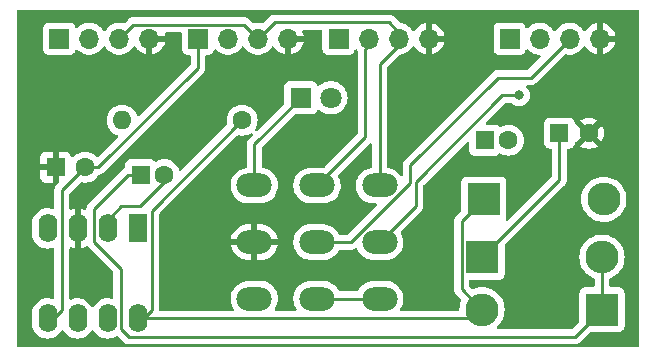
<source format=gbr>
G04 #@! TF.GenerationSoftware,KiCad,Pcbnew,7.0.11+dfsg-1build4*
G04 #@! TF.CreationDate,2026-02-13T01:43:53-05:00*
G04 #@! TF.ProjectId,stomp-chargepump,73746f6d-702d-4636-9861-72676570756d,rev?*
G04 #@! TF.SameCoordinates,Original*
G04 #@! TF.FileFunction,Copper,L1,Top*
G04 #@! TF.FilePolarity,Positive*
%FSLAX46Y46*%
G04 Gerber Fmt 4.6, Leading zero omitted, Abs format (unit mm)*
G04 Created by KiCad (PCBNEW 7.0.11+dfsg-1build4) date 2026-02-13 01:43:53*
%MOMM*%
%LPD*%
G01*
G04 APERTURE LIST*
G04 #@! TA.AperFunction,ComponentPad*
%ADD10R,1.700000X1.700000*%
G04 #@! TD*
G04 #@! TA.AperFunction,ComponentPad*
%ADD11O,1.700000X1.700000*%
G04 #@! TD*
G04 #@! TA.AperFunction,ComponentPad*
%ADD12R,1.600000X1.600000*%
G04 #@! TD*
G04 #@! TA.AperFunction,ComponentPad*
%ADD13C,1.600000*%
G04 #@! TD*
G04 #@! TA.AperFunction,ComponentPad*
%ADD14R,1.600000X2.400000*%
G04 #@! TD*
G04 #@! TA.AperFunction,ComponentPad*
%ADD15O,1.600000X2.400000*%
G04 #@! TD*
G04 #@! TA.AperFunction,ComponentPad*
%ADD16R,2.800000X2.800000*%
G04 #@! TD*
G04 #@! TA.AperFunction,ComponentPad*
%ADD17O,2.800000X2.800000*%
G04 #@! TD*
G04 #@! TA.AperFunction,ComponentPad*
%ADD18R,1.800000X1.800000*%
G04 #@! TD*
G04 #@! TA.AperFunction,ComponentPad*
%ADD19C,1.800000*%
G04 #@! TD*
G04 #@! TA.AperFunction,ComponentPad*
%ADD20O,1.600000X1.600000*%
G04 #@! TD*
G04 #@! TA.AperFunction,ComponentPad*
%ADD21O,3.000000X2.000000*%
G04 #@! TD*
G04 #@! TA.AperFunction,ViaPad*
%ADD22C,0.800000*%
G04 #@! TD*
G04 #@! TA.AperFunction,Conductor*
%ADD23C,0.250000*%
G04 #@! TD*
G04 APERTURE END LIST*
D10*
X141400000Y-70400000D03*
D11*
X143940000Y-70400000D03*
X146480000Y-70400000D03*
X149020000Y-70400000D03*
D12*
X145617621Y-78400000D03*
D13*
X148117621Y-78400000D03*
D14*
X109900000Y-86475000D03*
D15*
X107360000Y-86475000D03*
X104820000Y-86475000D03*
X102280000Y-86475000D03*
X102280000Y-94095000D03*
X104820000Y-94095000D03*
X107360000Y-94095000D03*
X109900000Y-94095000D03*
D10*
X126920000Y-70400000D03*
D11*
X129460000Y-70400000D03*
X132000000Y-70400000D03*
X134540000Y-70400000D03*
D16*
X149225000Y-93345000D03*
D17*
X139065000Y-93345000D03*
D12*
X110169888Y-81915000D03*
D13*
X112169888Y-81915000D03*
D12*
X102957621Y-81280000D03*
D13*
X105457621Y-81280000D03*
D18*
X123725000Y-75400000D03*
D19*
X126265000Y-75400000D03*
D16*
X139065000Y-88900000D03*
D17*
X149225000Y-88900000D03*
D12*
X139300000Y-79000000D03*
D13*
X141300000Y-79000000D03*
D16*
X139220000Y-84000000D03*
D17*
X149380000Y-84000000D03*
D13*
X118760000Y-77300000D03*
D20*
X108600000Y-77300000D03*
D21*
X119796560Y-82831940D03*
X119796560Y-87630000D03*
X119796560Y-92428060D03*
X125095000Y-82831940D03*
X125095000Y-87630000D03*
X125095000Y-92428060D03*
X130393440Y-82831940D03*
X130393440Y-87630000D03*
X130393440Y-92428060D03*
D10*
X115020000Y-70400000D03*
D11*
X117560000Y-70400000D03*
X120100000Y-70400000D03*
X122640000Y-70400000D03*
D10*
X103280000Y-70400000D03*
D11*
X105820000Y-70400000D03*
X108360000Y-70400000D03*
X110900000Y-70400000D03*
D22*
X142200000Y-75200000D03*
D23*
X130393440Y-82831940D02*
X130393440Y-72586560D01*
X130393440Y-72586560D02*
X132580000Y-70400000D01*
X121500000Y-69000000D02*
X120100000Y-70400000D01*
X132580000Y-70400000D02*
X131180000Y-69000000D01*
X131180000Y-69000000D02*
X121500000Y-69000000D01*
X149225000Y-93345000D02*
X146950000Y-95620000D01*
X109144010Y-95620000D02*
X108485000Y-94960990D01*
X106200000Y-87595990D02*
X106200000Y-84834888D01*
X108485000Y-94960990D02*
X108485000Y-89880990D01*
X106200000Y-84834888D02*
X109119888Y-81915000D01*
X108485000Y-89880990D02*
X106200000Y-87595990D01*
X109119888Y-81915000D02*
X110169888Y-81915000D01*
X149225000Y-93345000D02*
X149225000Y-88900000D01*
X146950000Y-95620000D02*
X109144010Y-95620000D01*
X102225000Y-94625000D02*
X103500000Y-93350000D01*
X103500000Y-83237621D02*
X105457621Y-81280000D01*
X115020000Y-72848991D02*
X115020000Y-70400000D01*
X106588991Y-81280000D02*
X115020000Y-72848991D01*
X103500000Y-93350000D02*
X103500000Y-83237621D01*
X105457621Y-81280000D02*
X106588991Y-81280000D01*
X139065000Y-88900000D02*
X145617621Y-82347379D01*
X145617621Y-82347379D02*
X145617621Y-78500000D01*
X140400000Y-73700000D02*
X143180000Y-73700000D01*
X143180000Y-73700000D02*
X146480000Y-70400000D01*
X127970000Y-87630000D02*
X133000000Y-82600000D01*
X133000000Y-82600000D02*
X133000000Y-81100000D01*
X133000000Y-81100000D02*
X140400000Y-73700000D01*
X125095000Y-87630000D02*
X127970000Y-87630000D01*
X142200000Y-75200000D02*
X140800000Y-75200000D01*
X140800000Y-75200000D02*
X133450000Y-82550000D01*
X133450000Y-84573440D02*
X130393440Y-87630000D01*
X133450000Y-82550000D02*
X133450000Y-84573440D01*
X125095000Y-82831940D02*
X129190000Y-78736940D01*
X129190000Y-71250000D02*
X130040000Y-70400000D01*
X129190000Y-78736940D02*
X129190000Y-71250000D01*
X118925000Y-69225000D02*
X109535000Y-69225000D01*
X120100000Y-70400000D02*
X118925000Y-69225000D01*
X109535000Y-69225000D02*
X108360000Y-70400000D01*
X110100000Y-84600000D02*
X112232444Y-82467556D01*
X107367556Y-86532444D02*
X107367556Y-85732444D01*
X107367556Y-85732444D02*
X108500000Y-84600000D01*
X108500000Y-84600000D02*
X110100000Y-84600000D01*
X112232444Y-82467556D02*
X112232444Y-81667556D01*
X112169888Y-82140112D02*
X112169888Y-81915000D01*
X137340000Y-91620000D02*
X137340000Y-85880000D01*
X111100000Y-93370000D02*
X111100000Y-84960000D01*
X117900000Y-78160000D02*
X118760000Y-77300000D01*
X138315000Y-94095000D02*
X109900000Y-94095000D01*
X139065000Y-93345000D02*
X137340000Y-91620000D01*
X109845000Y-94625000D02*
X111100000Y-93370000D01*
X137340000Y-85880000D02*
X139220000Y-84000000D01*
X139220000Y-84000000D02*
X139063060Y-84156940D01*
X111100000Y-84960000D02*
X118760000Y-77300000D01*
X139065000Y-93345000D02*
X138315000Y-94095000D01*
X119796560Y-82831940D02*
X119796560Y-79328440D01*
X119796560Y-79328440D02*
X123725000Y-75400000D01*
X125095000Y-92428060D02*
X130393440Y-92428060D01*
G04 #@! TA.AperFunction,Conductor*
G36*
X105074000Y-88161081D02*
G01*
X105269068Y-88108813D01*
X105269073Y-88108811D01*
X105476494Y-88012089D01*
X105533224Y-87972367D01*
X105600498Y-87949679D01*
X105669358Y-87966964D01*
X105694590Y-87986485D01*
X105709779Y-88001674D01*
X105722617Y-88016704D01*
X105734526Y-88033094D01*
X105734530Y-88033099D01*
X105768598Y-88061282D01*
X105777378Y-88069272D01*
X107814595Y-90106489D01*
X107848621Y-90168801D01*
X107851500Y-90195584D01*
X107851500Y-92307832D01*
X107831498Y-92375953D01*
X107777842Y-92422446D01*
X107707568Y-92432550D01*
X107692891Y-92429539D01*
X107588087Y-92401457D01*
X107360000Y-92381502D01*
X107131913Y-92401457D01*
X106910759Y-92460715D01*
X106910753Y-92460717D01*
X106703250Y-92557477D01*
X106515703Y-92688799D01*
X106515697Y-92688804D01*
X106353804Y-92850697D01*
X106353799Y-92850703D01*
X106222477Y-93038250D01*
X106204195Y-93077457D01*
X106157278Y-93130742D01*
X106089001Y-93150203D01*
X106021041Y-93129661D01*
X105975805Y-93077457D01*
X105968392Y-93061560D01*
X105957523Y-93038251D01*
X105826198Y-92850700D01*
X105664300Y-92688802D01*
X105476749Y-92557477D01*
X105445113Y-92542725D01*
X105269246Y-92460717D01*
X105269240Y-92460715D01*
X105126418Y-92422446D01*
X105048087Y-92401457D01*
X104820000Y-92381502D01*
X104591913Y-92401457D01*
X104370759Y-92460715D01*
X104370753Y-92460717D01*
X104312750Y-92487765D01*
X104242558Y-92498426D01*
X104177745Y-92469446D01*
X104138889Y-92410026D01*
X104133500Y-92373570D01*
X104133500Y-88195878D01*
X104153502Y-88127757D01*
X104207158Y-88081264D01*
X104277432Y-88071160D01*
X104312751Y-88081684D01*
X104370921Y-88108809D01*
X104370931Y-88108813D01*
X104566000Y-88161081D01*
X104566000Y-86786686D01*
X104581955Y-86802641D01*
X104694852Y-86860165D01*
X104788519Y-86875000D01*
X104851481Y-86875000D01*
X104945148Y-86860165D01*
X105058045Y-86802641D01*
X105074000Y-86786686D01*
X105074000Y-88161081D01*
G37*
G04 #@! TD.AperFunction*
G04 #@! TA.AperFunction,Conductor*
G36*
X152331621Y-67975502D02*
G01*
X152378114Y-68029158D01*
X152389500Y-68081500D01*
X152389500Y-96383500D01*
X152369498Y-96451621D01*
X152315842Y-96498114D01*
X152263500Y-96509500D01*
X109137514Y-96509500D01*
X109128978Y-96506993D01*
X109125640Y-96508461D01*
X109109490Y-96509500D01*
X99831500Y-96509500D01*
X99763379Y-96489498D01*
X99716886Y-96435842D01*
X99705500Y-96383500D01*
X99705500Y-94552127D01*
X100971500Y-94552127D01*
X100986457Y-94723087D01*
X100988376Y-94730247D01*
X101045715Y-94944240D01*
X101045717Y-94944246D01*
X101142477Y-95151749D01*
X101239564Y-95290404D01*
X101273802Y-95339300D01*
X101435700Y-95501198D01*
X101623251Y-95632523D01*
X101830757Y-95729284D01*
X102051913Y-95788543D01*
X102280000Y-95808498D01*
X102508087Y-95788543D01*
X102729243Y-95729284D01*
X102936749Y-95632523D01*
X103124300Y-95501198D01*
X103286198Y-95339300D01*
X103417523Y-95151749D01*
X103435805Y-95112543D01*
X103482721Y-95059258D01*
X103550998Y-95039796D01*
X103618958Y-95060337D01*
X103664195Y-95112543D01*
X103682477Y-95151749D01*
X103813802Y-95339300D01*
X103975700Y-95501198D01*
X104163251Y-95632523D01*
X104370757Y-95729284D01*
X104591913Y-95788543D01*
X104820000Y-95808498D01*
X105048087Y-95788543D01*
X105269243Y-95729284D01*
X105476749Y-95632523D01*
X105664300Y-95501198D01*
X105826198Y-95339300D01*
X105957523Y-95151749D01*
X105975805Y-95112543D01*
X106022721Y-95059258D01*
X106090998Y-95039796D01*
X106158958Y-95060337D01*
X106204195Y-95112543D01*
X106222477Y-95151749D01*
X106353802Y-95339300D01*
X106515700Y-95501198D01*
X106703251Y-95632523D01*
X106910757Y-95729284D01*
X107131913Y-95788543D01*
X107360000Y-95808498D01*
X107588087Y-95788543D01*
X107809243Y-95729284D01*
X108016749Y-95632523D01*
X108073586Y-95592724D01*
X108140857Y-95570038D01*
X108209717Y-95587323D01*
X108234949Y-95606843D01*
X108436602Y-95808497D01*
X108636767Y-96008662D01*
X108646729Y-96021096D01*
X108646956Y-96020909D01*
X108652010Y-96027018D01*
X108701660Y-96073642D01*
X108704504Y-96076399D01*
X108724233Y-96096129D01*
X108724234Y-96096130D01*
X108724238Y-96096133D01*
X108724240Y-96096135D01*
X108727445Y-96098621D01*
X108736452Y-96106314D01*
X108768689Y-96136586D01*
X108786438Y-96146343D01*
X108802963Y-96157198D01*
X108818969Y-96169614D01*
X108859552Y-96187175D01*
X108870203Y-96192393D01*
X108908950Y-96213695D01*
X108908958Y-96213697D01*
X108928568Y-96218732D01*
X108947277Y-96225137D01*
X108965865Y-96233181D01*
X109009540Y-96240098D01*
X109021151Y-96242502D01*
X109063980Y-96253500D01*
X109084234Y-96253500D01*
X109103944Y-96255051D01*
X109115930Y-96256949D01*
X109122936Y-96258059D01*
X109124427Y-96258295D01*
X109125656Y-96258059D01*
X109150601Y-96255701D01*
X109167971Y-96254058D01*
X109179829Y-96253500D01*
X146866147Y-96253500D01*
X146881988Y-96255249D01*
X146882016Y-96254956D01*
X146889902Y-96255700D01*
X146889909Y-96255702D01*
X146957986Y-96253562D01*
X146961945Y-96253500D01*
X146989851Y-96253500D01*
X146989856Y-96253500D01*
X146993867Y-96252992D01*
X147005699Y-96252061D01*
X147049889Y-96250673D01*
X147069347Y-96245019D01*
X147088694Y-96241013D01*
X147108797Y-96238474D01*
X147149910Y-96222195D01*
X147161130Y-96218353D01*
X147185913Y-96211154D01*
X147203591Y-96206019D01*
X147203595Y-96206017D01*
X147221026Y-96195708D01*
X147238780Y-96187009D01*
X147257617Y-96179552D01*
X147293392Y-96153558D01*
X147303298Y-96147051D01*
X147341362Y-96124542D01*
X147355685Y-96110218D01*
X147370724Y-96097374D01*
X147387107Y-96085472D01*
X147415299Y-96051392D01*
X147423267Y-96042635D01*
X148175500Y-95290404D01*
X148237812Y-95256379D01*
X148264595Y-95253500D01*
X150673632Y-95253500D01*
X150673638Y-95253500D01*
X150673645Y-95253499D01*
X150673649Y-95253499D01*
X150734196Y-95246990D01*
X150734199Y-95246989D01*
X150734201Y-95246989D01*
X150871204Y-95195889D01*
X150988261Y-95108261D01*
X151024944Y-95059258D01*
X151075887Y-94991207D01*
X151075887Y-94991206D01*
X151075889Y-94991204D01*
X151126989Y-94854201D01*
X151129192Y-94833717D01*
X151133499Y-94793649D01*
X151133500Y-94793632D01*
X151133500Y-91896367D01*
X151133499Y-91896350D01*
X151126990Y-91835803D01*
X151126988Y-91835795D01*
X151088109Y-91731560D01*
X151075889Y-91698796D01*
X151075888Y-91698794D01*
X151075887Y-91698792D01*
X150988261Y-91581738D01*
X150871207Y-91494112D01*
X150871202Y-91494110D01*
X150734204Y-91443011D01*
X150734196Y-91443009D01*
X150673649Y-91436500D01*
X150673638Y-91436500D01*
X149984500Y-91436500D01*
X149916379Y-91416498D01*
X149869886Y-91362842D01*
X149858500Y-91310500D01*
X149858500Y-90788128D01*
X149878502Y-90720007D01*
X149932158Y-90673514D01*
X149940458Y-90670076D01*
X150019845Y-90640467D01*
X150259449Y-90509633D01*
X150477994Y-90346032D01*
X150671032Y-90152994D01*
X150834633Y-89934449D01*
X150965467Y-89694845D01*
X151060870Y-89439060D01*
X151118900Y-89172302D01*
X151138375Y-88900000D01*
X151118900Y-88627698D01*
X151066474Y-88386701D01*
X151060872Y-88360948D01*
X151060872Y-88360947D01*
X151060870Y-88360943D01*
X151060870Y-88360940D01*
X150965467Y-88105155D01*
X150834633Y-87865551D01*
X150725146Y-87719294D01*
X150671036Y-87647011D01*
X150671028Y-87647002D01*
X150477997Y-87453971D01*
X150477988Y-87453963D01*
X150259452Y-87290369D01*
X150259450Y-87290368D01*
X150259449Y-87290367D01*
X150019845Y-87159533D01*
X150019844Y-87159532D01*
X149764052Y-87064127D01*
X149497304Y-87006100D01*
X149497306Y-87006100D01*
X149225000Y-86986625D01*
X148952694Y-87006100D01*
X148685948Y-87064127D01*
X148685947Y-87064127D01*
X148430156Y-87159532D01*
X148190547Y-87290369D01*
X147972011Y-87453963D01*
X147972002Y-87453971D01*
X147778971Y-87647002D01*
X147778963Y-87647011D01*
X147615369Y-87865547D01*
X147484532Y-88105156D01*
X147389127Y-88360947D01*
X147389127Y-88360948D01*
X147331100Y-88627694D01*
X147311625Y-88900000D01*
X147331100Y-89172305D01*
X147389127Y-89439051D01*
X147389127Y-89439052D01*
X147477339Y-89675559D01*
X147484533Y-89694845D01*
X147581815Y-89873004D01*
X147615369Y-89934452D01*
X147778963Y-90152988D01*
X147778966Y-90152991D01*
X147778968Y-90152994D01*
X147972006Y-90346032D01*
X148190551Y-90509633D01*
X148430155Y-90640467D01*
X148509532Y-90670072D01*
X148566367Y-90712618D01*
X148591179Y-90779138D01*
X148591500Y-90788128D01*
X148591500Y-91310500D01*
X148571498Y-91378621D01*
X148517842Y-91425114D01*
X148465500Y-91436500D01*
X147776350Y-91436500D01*
X147715803Y-91443009D01*
X147715795Y-91443011D01*
X147578797Y-91494110D01*
X147578792Y-91494112D01*
X147461738Y-91581738D01*
X147374112Y-91698792D01*
X147374110Y-91698797D01*
X147323011Y-91835795D01*
X147323009Y-91835803D01*
X147316500Y-91896350D01*
X147316500Y-94305405D01*
X147296498Y-94373526D01*
X147279595Y-94394500D01*
X146724500Y-94949595D01*
X146662188Y-94983621D01*
X146635405Y-94986500D01*
X140426716Y-94986500D01*
X140358595Y-94966498D01*
X140312102Y-94912842D01*
X140301998Y-94842568D01*
X140331492Y-94777988D01*
X140337621Y-94771405D01*
X140385940Y-94723086D01*
X140511032Y-94597994D01*
X140674633Y-94379449D01*
X140805467Y-94139845D01*
X140900870Y-93884060D01*
X140958900Y-93617302D01*
X140978375Y-93345000D01*
X140958900Y-93072698D01*
X140910607Y-92850700D01*
X140900872Y-92805948D01*
X140900872Y-92805947D01*
X140900870Y-92805943D01*
X140900870Y-92805940D01*
X140805467Y-92550155D01*
X140674633Y-92310551D01*
X140535984Y-92125338D01*
X140511036Y-92092011D01*
X140511028Y-92092002D01*
X140317997Y-91898971D01*
X140317988Y-91898963D01*
X140099452Y-91735369D01*
X140099450Y-91735368D01*
X140099449Y-91735367D01*
X139859845Y-91604533D01*
X139859844Y-91604532D01*
X139604052Y-91509127D01*
X139337304Y-91451100D01*
X139337306Y-91451100D01*
X139065000Y-91431625D01*
X138792694Y-91451100D01*
X138525948Y-91509127D01*
X138525947Y-91509127D01*
X138309812Y-91589741D01*
X138238996Y-91594805D01*
X138176685Y-91560780D01*
X138010405Y-91394500D01*
X137976379Y-91332188D01*
X137973500Y-91305405D01*
X137973500Y-90934500D01*
X137993502Y-90866379D01*
X138047158Y-90819886D01*
X138099500Y-90808500D01*
X140513632Y-90808500D01*
X140513638Y-90808500D01*
X140513645Y-90808499D01*
X140513649Y-90808499D01*
X140574196Y-90801990D01*
X140574199Y-90801989D01*
X140574201Y-90801989D01*
X140711204Y-90750889D01*
X140752458Y-90720007D01*
X140828261Y-90663261D01*
X140915887Y-90546207D01*
X140915887Y-90546206D01*
X140915889Y-90546204D01*
X140966989Y-90409201D01*
X140973500Y-90348638D01*
X140973500Y-87939593D01*
X140993502Y-87871472D01*
X141010400Y-87850503D01*
X144860902Y-84000000D01*
X147466625Y-84000000D01*
X147486100Y-84272305D01*
X147544127Y-84539051D01*
X147544127Y-84539052D01*
X147634539Y-84781457D01*
X147639533Y-84794845D01*
X147747850Y-84993213D01*
X147770369Y-85034452D01*
X147933963Y-85252988D01*
X147933966Y-85252991D01*
X147933968Y-85252994D01*
X148127006Y-85446032D01*
X148127009Y-85446034D01*
X148127011Y-85446036D01*
X148205341Y-85504673D01*
X148345551Y-85609633D01*
X148585155Y-85740467D01*
X148840940Y-85835870D01*
X148840943Y-85835870D01*
X148840947Y-85835872D01*
X148951601Y-85859943D01*
X149107698Y-85893900D01*
X149380000Y-85913375D01*
X149652302Y-85893900D01*
X149900383Y-85839933D01*
X149919051Y-85835872D01*
X149919052Y-85835872D01*
X149919053Y-85835871D01*
X149919060Y-85835870D01*
X150174845Y-85740467D01*
X150414449Y-85609633D01*
X150632994Y-85446032D01*
X150826032Y-85252994D01*
X150989633Y-85034449D01*
X151120467Y-84794845D01*
X151215870Y-84539060D01*
X151216184Y-84537619D01*
X151222225Y-84509846D01*
X151273900Y-84272302D01*
X151293375Y-84000000D01*
X151273900Y-83727698D01*
X151254556Y-83638778D01*
X151215872Y-83460948D01*
X151215872Y-83460947D01*
X151215870Y-83460943D01*
X151215870Y-83460940D01*
X151120467Y-83205155D01*
X150989633Y-82965551D01*
X150935230Y-82892877D01*
X150826036Y-82747011D01*
X150826028Y-82747002D01*
X150632997Y-82553971D01*
X150632988Y-82553963D01*
X150414452Y-82390369D01*
X150414450Y-82390368D01*
X150414449Y-82390367D01*
X150174845Y-82259533D01*
X150174844Y-82259532D01*
X149919052Y-82164127D01*
X149652304Y-82106100D01*
X149652306Y-82106100D01*
X149380000Y-82086625D01*
X149107694Y-82106100D01*
X148840948Y-82164127D01*
X148840947Y-82164127D01*
X148585156Y-82259532D01*
X148345547Y-82390369D01*
X148127011Y-82553963D01*
X148127002Y-82553971D01*
X147933971Y-82747002D01*
X147933963Y-82747011D01*
X147770369Y-82965547D01*
X147639532Y-83205156D01*
X147544127Y-83460947D01*
X147544127Y-83460948D01*
X147486100Y-83727694D01*
X147466625Y-84000000D01*
X144860902Y-84000000D01*
X146006278Y-82854624D01*
X146018713Y-82844663D01*
X146018526Y-82844436D01*
X146024637Y-82839380D01*
X146024636Y-82839380D01*
X146024639Y-82839379D01*
X146071297Y-82789691D01*
X146073988Y-82786914D01*
X146093755Y-82767149D01*
X146096238Y-82763946D01*
X146103929Y-82754941D01*
X146134207Y-82722700D01*
X146143966Y-82704946D01*
X146154818Y-82688425D01*
X146167234Y-82672420D01*
X146184789Y-82631849D01*
X146190013Y-82621187D01*
X146205236Y-82593498D01*
X146211316Y-82582439D01*
X146216354Y-82562814D01*
X146222759Y-82544109D01*
X146230802Y-82525524D01*
X146237717Y-82481855D01*
X146240124Y-82470235D01*
X146251119Y-82427415D01*
X146251121Y-82427407D01*
X146251121Y-82407148D01*
X146252672Y-82387437D01*
X146255840Y-82367436D01*
X146251680Y-82323424D01*
X146251121Y-82311567D01*
X146251121Y-79834500D01*
X146271123Y-79766379D01*
X146324779Y-79719886D01*
X146377121Y-79708500D01*
X146466253Y-79708500D01*
X146466259Y-79708500D01*
X146466266Y-79708499D01*
X146466270Y-79708499D01*
X146526817Y-79701990D01*
X146526820Y-79701989D01*
X146526822Y-79701989D01*
X146663825Y-79650889D01*
X146686639Y-79633811D01*
X146780882Y-79563261D01*
X146868508Y-79446207D01*
X146868508Y-79446206D01*
X146868510Y-79446204D01*
X146919610Y-79309201D01*
X146919699Y-79308382D01*
X146926482Y-79245283D01*
X146927529Y-79245395D01*
X146949677Y-79182567D01*
X147005734Y-79139000D01*
X147021726Y-79136682D01*
X147718893Y-78439516D01*
X147732456Y-78525148D01*
X147789980Y-78638045D01*
X147879576Y-78727641D01*
X147992473Y-78785165D01*
X148078103Y-78798727D01*
X147389731Y-79487098D01*
X147389731Y-79487100D01*
X147461119Y-79537086D01*
X147668547Y-79633811D01*
X147668552Y-79633813D01*
X147889620Y-79693048D01*
X147889616Y-79693048D01*
X148117621Y-79712995D01*
X148345623Y-79693048D01*
X148566689Y-79633813D01*
X148566694Y-79633811D01*
X148774118Y-79537088D01*
X148845509Y-79487099D01*
X148845509Y-79487097D01*
X148157139Y-78798727D01*
X148242769Y-78785165D01*
X148355666Y-78727641D01*
X148445262Y-78638045D01*
X148502786Y-78525148D01*
X148516348Y-78439518D01*
X149204718Y-79127888D01*
X149204720Y-79127888D01*
X149254709Y-79056497D01*
X149351432Y-78849073D01*
X149351434Y-78849068D01*
X149410669Y-78628002D01*
X149430616Y-78400000D01*
X149410669Y-78171997D01*
X149351434Y-77950931D01*
X149351432Y-77950926D01*
X149254707Y-77743498D01*
X149204721Y-77672110D01*
X149204719Y-77672110D01*
X148516348Y-78360481D01*
X148502786Y-78274852D01*
X148445262Y-78161955D01*
X148355666Y-78072359D01*
X148242769Y-78014835D01*
X148157138Y-78001272D01*
X148845509Y-77312899D01*
X148845509Y-77312898D01*
X148774122Y-77262913D01*
X148566694Y-77166188D01*
X148566689Y-77166186D01*
X148345621Y-77106951D01*
X148345625Y-77106951D01*
X148117621Y-77087004D01*
X147889618Y-77106951D01*
X147668552Y-77166186D01*
X147668547Y-77166188D01*
X147461121Y-77262913D01*
X147389730Y-77312900D01*
X148078102Y-78001272D01*
X147992473Y-78014835D01*
X147879576Y-78072359D01*
X147789980Y-78161955D01*
X147732456Y-78274852D01*
X147718893Y-78360481D01*
X147018840Y-77660428D01*
X146993270Y-77655289D01*
X146942278Y-77605890D01*
X146927287Y-77554630D01*
X146926482Y-77554717D01*
X146919611Y-77490803D01*
X146919609Y-77490795D01*
X146868510Y-77353797D01*
X146868508Y-77353792D01*
X146780882Y-77236738D01*
X146663828Y-77149112D01*
X146663823Y-77149110D01*
X146526825Y-77098011D01*
X146526817Y-77098009D01*
X146466270Y-77091500D01*
X146466259Y-77091500D01*
X144768983Y-77091500D01*
X144768971Y-77091500D01*
X144708424Y-77098009D01*
X144708416Y-77098011D01*
X144571418Y-77149110D01*
X144571413Y-77149112D01*
X144454359Y-77236738D01*
X144366733Y-77353792D01*
X144366731Y-77353797D01*
X144315632Y-77490795D01*
X144315630Y-77490803D01*
X144309121Y-77551350D01*
X144309121Y-79248649D01*
X144315630Y-79309196D01*
X144315632Y-79309204D01*
X144366731Y-79446202D01*
X144366733Y-79446207D01*
X144454359Y-79563261D01*
X144571413Y-79650887D01*
X144571415Y-79650888D01*
X144571417Y-79650889D01*
X144630496Y-79672924D01*
X144708416Y-79701988D01*
X144708424Y-79701990D01*
X144768971Y-79708499D01*
X144768976Y-79708499D01*
X144768983Y-79708500D01*
X144858121Y-79708500D01*
X144926242Y-79728502D01*
X144972735Y-79782158D01*
X144984121Y-79834500D01*
X144984121Y-82032784D01*
X144964119Y-82100905D01*
X144947216Y-82121879D01*
X141267157Y-85801937D01*
X141204845Y-85835963D01*
X141134029Y-85830898D01*
X141077194Y-85788351D01*
X141052383Y-85721831D01*
X141067474Y-85652457D01*
X141070882Y-85646212D01*
X141070889Y-85646204D01*
X141121989Y-85509201D01*
X141122476Y-85504679D01*
X141128499Y-85448649D01*
X141128500Y-85448632D01*
X141128500Y-82551367D01*
X141128499Y-82551350D01*
X141121990Y-82490803D01*
X141121988Y-82490795D01*
X141090788Y-82407148D01*
X141070889Y-82353796D01*
X141070888Y-82353794D01*
X141070887Y-82353792D01*
X140983261Y-82236738D01*
X140866207Y-82149112D01*
X140866202Y-82149110D01*
X140729204Y-82098011D01*
X140729196Y-82098009D01*
X140668649Y-82091500D01*
X140668638Y-82091500D01*
X137771362Y-82091500D01*
X137771350Y-82091500D01*
X137710803Y-82098009D01*
X137710795Y-82098011D01*
X137573797Y-82149110D01*
X137573792Y-82149112D01*
X137456738Y-82236738D01*
X137369112Y-82353792D01*
X137369110Y-82353797D01*
X137318011Y-82490795D01*
X137318009Y-82490803D01*
X137311500Y-82551350D01*
X137311500Y-84960403D01*
X137291498Y-85028524D01*
X137274595Y-85049499D01*
X136951333Y-85372760D01*
X136938901Y-85382721D01*
X136939089Y-85382948D01*
X136932979Y-85388002D01*
X136886370Y-85437635D01*
X136883620Y-85440473D01*
X136863863Y-85460231D01*
X136861374Y-85463439D01*
X136853688Y-85472436D01*
X136823418Y-85504673D01*
X136823411Y-85504683D01*
X136813651Y-85522435D01*
X136802803Y-85538950D01*
X136790386Y-85554958D01*
X136772824Y-85595540D01*
X136767604Y-85606195D01*
X136746305Y-85644939D01*
X136746303Y-85644944D01*
X136741267Y-85664559D01*
X136734864Y-85683262D01*
X136726819Y-85701852D01*
X136719901Y-85745525D01*
X136717495Y-85757142D01*
X136706500Y-85799968D01*
X136706500Y-85820223D01*
X136704949Y-85839933D01*
X136701780Y-85859942D01*
X136705941Y-85903961D01*
X136706500Y-85915819D01*
X136706500Y-91536146D01*
X136704751Y-91551988D01*
X136705044Y-91552016D01*
X136704298Y-91559907D01*
X136706438Y-91627984D01*
X136706500Y-91631943D01*
X136706500Y-91659851D01*
X136706501Y-91659869D01*
X136707007Y-91663877D01*
X136707937Y-91675696D01*
X136709326Y-91719888D01*
X136709327Y-91719893D01*
X136714977Y-91739339D01*
X136718986Y-91758697D01*
X136721525Y-91778793D01*
X136721526Y-91778800D01*
X136737800Y-91819903D01*
X136741644Y-91831129D01*
X136753982Y-91873593D01*
X136764294Y-91891031D01*
X136772988Y-91908779D01*
X136780444Y-91927609D01*
X136780450Y-91927620D01*
X136806432Y-91963381D01*
X136812949Y-91973301D01*
X136835458Y-92011362D01*
X136835459Y-92011363D01*
X136835461Y-92011366D01*
X136849779Y-92025684D01*
X136862617Y-92040714D01*
X136874526Y-92057104D01*
X136874530Y-92057109D01*
X136908598Y-92085292D01*
X136917378Y-92093282D01*
X137280781Y-92456685D01*
X137314807Y-92518997D01*
X137309742Y-92589812D01*
X137229127Y-92805947D01*
X137229127Y-92805948D01*
X137171100Y-93072694D01*
X137170466Y-93081562D01*
X137152602Y-93331348D01*
X137151662Y-93344488D01*
X137126851Y-93411009D01*
X137070016Y-93453556D01*
X137025983Y-93461500D01*
X132256887Y-93461500D01*
X132188766Y-93441498D01*
X132142273Y-93387842D01*
X132132169Y-93317568D01*
X132147768Y-93272500D01*
X132260729Y-93076847D01*
X132347096Y-92849117D01*
X132395814Y-92610481D01*
X132405621Y-92367121D01*
X132376263Y-92125340D01*
X132341985Y-92006999D01*
X132308503Y-91891404D01*
X132308499Y-91891393D01*
X132204091Y-91671358D01*
X132202987Y-91669759D01*
X132065733Y-91470912D01*
X131897015Y-91295258D01*
X131702305Y-91148943D01*
X131486645Y-91035756D01*
X131486641Y-91035754D01*
X131486640Y-91035754D01*
X131255619Y-90958628D01*
X131015228Y-90919561D01*
X131015222Y-90919560D01*
X131015219Y-90919560D01*
X129832643Y-90919560D01*
X129832632Y-90919560D01*
X129650676Y-90934249D01*
X129414188Y-90992537D01*
X129190125Y-91088003D01*
X128984264Y-91218182D01*
X128984263Y-91218182D01*
X128801971Y-91379679D01*
X128801962Y-91379689D01*
X128647933Y-91568341D01*
X128553698Y-91731560D01*
X128502315Y-91780553D01*
X128444579Y-91794560D01*
X127043789Y-91794560D01*
X126975668Y-91774558D01*
X126929954Y-91722576D01*
X126928679Y-91719889D01*
X126905650Y-91671356D01*
X126767293Y-91470912D01*
X126598575Y-91295258D01*
X126403865Y-91148943D01*
X126188205Y-91035756D01*
X126188201Y-91035754D01*
X126188200Y-91035754D01*
X125957179Y-90958628D01*
X125716788Y-90919561D01*
X125716782Y-90919560D01*
X125716779Y-90919560D01*
X124534203Y-90919560D01*
X124534192Y-90919560D01*
X124352236Y-90934249D01*
X124115748Y-90992537D01*
X123891685Y-91088003D01*
X123685824Y-91218182D01*
X123685823Y-91218182D01*
X123503531Y-91379679D01*
X123503522Y-91379689D01*
X123349493Y-91568341D01*
X123227715Y-91779265D01*
X123227712Y-91779270D01*
X123141345Y-92006999D01*
X123141344Y-92007001D01*
X123141344Y-92007003D01*
X123123730Y-92093282D01*
X123092626Y-92245639D01*
X123082819Y-92488997D01*
X123082819Y-92489004D01*
X123112177Y-92730781D01*
X123112177Y-92730782D01*
X123179936Y-92964715D01*
X123179940Y-92964726D01*
X123284348Y-93184761D01*
X123284349Y-93184763D01*
X123284350Y-93184764D01*
X123338991Y-93263925D01*
X123361227Y-93331348D01*
X123343480Y-93400091D01*
X123291385Y-93448327D01*
X123235295Y-93461500D01*
X121660007Y-93461500D01*
X121591886Y-93441498D01*
X121545393Y-93387842D01*
X121535289Y-93317568D01*
X121550888Y-93272500D01*
X121663849Y-93076847D01*
X121750216Y-92849117D01*
X121798934Y-92610481D01*
X121808741Y-92367121D01*
X121779383Y-92125340D01*
X121745105Y-92006999D01*
X121711623Y-91891404D01*
X121711619Y-91891393D01*
X121607211Y-91671358D01*
X121606107Y-91669759D01*
X121468853Y-91470912D01*
X121300135Y-91295258D01*
X121105425Y-91148943D01*
X120889765Y-91035756D01*
X120889761Y-91035754D01*
X120889760Y-91035754D01*
X120658739Y-90958628D01*
X120418348Y-90919561D01*
X120418342Y-90919560D01*
X120418339Y-90919560D01*
X119235763Y-90919560D01*
X119235752Y-90919560D01*
X119053796Y-90934249D01*
X118817308Y-90992537D01*
X118593245Y-91088003D01*
X118387384Y-91218182D01*
X118387383Y-91218182D01*
X118205091Y-91379679D01*
X118205082Y-91379689D01*
X118051053Y-91568341D01*
X117929275Y-91779265D01*
X117929272Y-91779270D01*
X117842905Y-92006999D01*
X117842904Y-92007001D01*
X117842904Y-92007003D01*
X117825290Y-92093282D01*
X117794186Y-92245639D01*
X117784379Y-92488997D01*
X117784379Y-92489004D01*
X117813737Y-92730781D01*
X117813737Y-92730782D01*
X117881496Y-92964715D01*
X117881500Y-92964726D01*
X117985908Y-93184761D01*
X117985909Y-93184763D01*
X117985910Y-93184764D01*
X118040551Y-93263925D01*
X118062787Y-93331348D01*
X118045040Y-93400091D01*
X117992945Y-93448327D01*
X117936855Y-93461500D01*
X111859625Y-93461500D01*
X111791504Y-93441498D01*
X111745011Y-93387842D01*
X111734185Y-93347370D01*
X111734060Y-93346049D01*
X111733500Y-93334179D01*
X111733500Y-87884000D01*
X117808325Y-87884000D01*
X117814228Y-87932617D01*
X117814230Y-87932626D01*
X117881965Y-88166477D01*
X117986343Y-88386450D01*
X118124658Y-88586832D01*
X118293317Y-88762424D01*
X118487965Y-88908694D01*
X118703555Y-89021843D01*
X118934501Y-89098944D01*
X118934509Y-89098946D01*
X119174811Y-89137998D01*
X119174826Y-89138000D01*
X119542560Y-89138000D01*
X119542560Y-88280000D01*
X120050560Y-88280000D01*
X120050560Y-89138000D01*
X120357340Y-89138000D01*
X120357341Y-89137999D01*
X120539242Y-89123314D01*
X120775650Y-89065045D01*
X120999640Y-88969612D01*
X121205430Y-88839479D01*
X121205431Y-88839478D01*
X121387666Y-88678032D01*
X121387675Y-88678022D01*
X121541651Y-88489436D01*
X121663394Y-88278573D01*
X121663396Y-88278570D01*
X121749732Y-88050920D01*
X121783810Y-87884000D01*
X120895406Y-87884000D01*
X120919660Y-87832457D01*
X120950433Y-87671138D01*
X120940121Y-87507234D01*
X120897481Y-87376000D01*
X121784794Y-87376000D01*
X121784794Y-87375999D01*
X121778891Y-87327382D01*
X121778889Y-87327373D01*
X121711154Y-87093522D01*
X121606776Y-86873549D01*
X121468461Y-86673167D01*
X121299802Y-86497575D01*
X121105154Y-86351305D01*
X120889564Y-86238156D01*
X120658618Y-86161055D01*
X120658610Y-86161053D01*
X120418308Y-86122001D01*
X120418294Y-86122000D01*
X120050560Y-86122000D01*
X120050560Y-86980000D01*
X119542560Y-86980000D01*
X119542560Y-86122000D01*
X119235778Y-86122000D01*
X119053877Y-86136685D01*
X118817469Y-86194954D01*
X118593479Y-86290387D01*
X118387689Y-86420520D01*
X118387688Y-86420521D01*
X118205453Y-86581967D01*
X118205444Y-86581977D01*
X118051468Y-86770563D01*
X117929725Y-86981426D01*
X117929723Y-86981429D01*
X117843387Y-87209079D01*
X117809309Y-87376000D01*
X118697714Y-87376000D01*
X118673460Y-87427543D01*
X118642687Y-87588862D01*
X118652999Y-87752766D01*
X118695639Y-87884000D01*
X117808325Y-87884000D01*
X111733500Y-87884000D01*
X111733500Y-85274594D01*
X111753502Y-85206473D01*
X111770405Y-85185499D01*
X115057431Y-81898473D01*
X118346754Y-78609149D01*
X118409064Y-78575125D01*
X118468457Y-78576539D01*
X118531913Y-78593543D01*
X118760000Y-78613498D01*
X118988087Y-78593543D01*
X119209243Y-78534284D01*
X119416749Y-78437523D01*
X119487291Y-78388128D01*
X119554564Y-78365440D01*
X119623425Y-78382724D01*
X119672009Y-78434494D01*
X119684893Y-78504311D01*
X119657984Y-78570011D01*
X119648657Y-78580436D01*
X119407896Y-78821197D01*
X119395461Y-78831161D01*
X119395649Y-78831388D01*
X119389539Y-78836442D01*
X119342930Y-78886075D01*
X119340180Y-78888913D01*
X119320423Y-78908671D01*
X119317934Y-78911879D01*
X119310248Y-78920876D01*
X119279978Y-78953113D01*
X119279971Y-78953123D01*
X119270211Y-78970875D01*
X119259363Y-78987390D01*
X119246946Y-79003398D01*
X119229384Y-79043980D01*
X119224164Y-79054635D01*
X119202865Y-79093379D01*
X119202863Y-79093384D01*
X119197827Y-79112999D01*
X119191424Y-79131702D01*
X119183379Y-79150292D01*
X119176461Y-79193965D01*
X119174055Y-79205582D01*
X119163060Y-79248408D01*
X119163060Y-79268663D01*
X119161509Y-79288373D01*
X119158340Y-79308382D01*
X119162501Y-79352401D01*
X119163060Y-79364259D01*
X119163060Y-81213195D01*
X119143058Y-81281316D01*
X119089402Y-81327809D01*
X119057285Y-81337561D01*
X119053804Y-81338126D01*
X118817308Y-81396417D01*
X118593245Y-81491883D01*
X118387384Y-81622062D01*
X118387383Y-81622062D01*
X118205091Y-81783559D01*
X118205082Y-81783569D01*
X118051053Y-81972221D01*
X117929275Y-82183145D01*
X117929272Y-82183150D01*
X117842905Y-82410879D01*
X117842904Y-82410881D01*
X117842904Y-82410883D01*
X117819501Y-82525518D01*
X117794186Y-82649519D01*
X117784379Y-82892877D01*
X117784379Y-82892884D01*
X117813737Y-83134661D01*
X117813737Y-83134662D01*
X117881496Y-83368595D01*
X117881500Y-83368606D01*
X117985908Y-83588641D01*
X118081889Y-83727694D01*
X118124267Y-83789088D01*
X118171605Y-83838372D01*
X118292558Y-83964298D01*
X118292985Y-83964742D01*
X118487695Y-84111057D01*
X118703355Y-84224244D01*
X118934378Y-84301371D01*
X119174781Y-84340440D01*
X119174785Y-84340440D01*
X120357366Y-84340440D01*
X120357366Y-84340439D01*
X120539328Y-84325750D01*
X120775808Y-84267463D01*
X120775809Y-84267462D01*
X120775811Y-84267462D01*
X120830956Y-84243966D01*
X120999876Y-84171996D01*
X121205728Y-84041823D01*
X121205735Y-84041817D01*
X121205736Y-84041817D01*
X121388028Y-83880320D01*
X121388034Y-83880315D01*
X121542070Y-83691654D01*
X121663849Y-83480727D01*
X121750216Y-83252997D01*
X121798934Y-83014361D01*
X121808741Y-82771001D01*
X121779383Y-82529220D01*
X121745105Y-82410879D01*
X121711623Y-82295284D01*
X121711619Y-82295273D01*
X121607211Y-82075238D01*
X121576605Y-82030898D01*
X121468853Y-81874792D01*
X121311914Y-81711401D01*
X121300140Y-81699143D01*
X121300138Y-81699141D01*
X121300135Y-81699138D01*
X121105425Y-81552823D01*
X120889765Y-81439636D01*
X120889761Y-81439634D01*
X120889760Y-81439634D01*
X120775055Y-81401340D01*
X120658742Y-81362509D01*
X120658740Y-81362508D01*
X120658738Y-81362508D01*
X120658729Y-81362506D01*
X120535848Y-81342536D01*
X120471818Y-81311866D01*
X120434534Y-81251447D01*
X120430060Y-81218168D01*
X120430060Y-79643034D01*
X120450062Y-79574913D01*
X120466965Y-79553939D01*
X123175500Y-76845405D01*
X123237812Y-76811379D01*
X123264595Y-76808500D01*
X124673632Y-76808500D01*
X124673638Y-76808500D01*
X124673645Y-76808499D01*
X124673649Y-76808499D01*
X124734196Y-76801990D01*
X124734199Y-76801989D01*
X124734201Y-76801989D01*
X124871204Y-76750889D01*
X124988261Y-76663261D01*
X125075889Y-76546204D01*
X125099258Y-76483547D01*
X125141804Y-76426715D01*
X125208325Y-76401904D01*
X125277699Y-76416996D01*
X125303294Y-76436996D01*
X125303946Y-76436289D01*
X125307778Y-76439817D01*
X125363966Y-76483550D01*
X125491983Y-76583190D01*
X125697273Y-76694287D01*
X125918049Y-76770080D01*
X126148288Y-76808500D01*
X126148292Y-76808500D01*
X126381708Y-76808500D01*
X126381712Y-76808500D01*
X126611951Y-76770080D01*
X126832727Y-76694287D01*
X127038017Y-76583190D01*
X127222220Y-76439818D01*
X127234283Y-76426715D01*
X127380314Y-76268083D01*
X127396500Y-76243308D01*
X127507984Y-76072669D01*
X127601749Y-75858907D01*
X127659051Y-75632626D01*
X127678327Y-75400000D01*
X127659051Y-75167374D01*
X127601749Y-74941093D01*
X127507984Y-74727331D01*
X127470479Y-74669925D01*
X127380314Y-74531916D01*
X127222225Y-74360186D01*
X127222221Y-74360182D01*
X127126935Y-74286018D01*
X127038017Y-74216810D01*
X126832727Y-74105713D01*
X126832724Y-74105712D01*
X126832723Y-74105711D01*
X126611955Y-74029921D01*
X126611948Y-74029919D01*
X126513411Y-74013476D01*
X126381712Y-73991500D01*
X126148288Y-73991500D01*
X126033066Y-74010727D01*
X125918051Y-74029919D01*
X125918044Y-74029921D01*
X125697276Y-74105711D01*
X125697273Y-74105713D01*
X125491985Y-74216809D01*
X125491983Y-74216810D01*
X125307778Y-74360182D01*
X125303946Y-74363711D01*
X125302581Y-74362228D01*
X125249129Y-74394333D01*
X125178165Y-74392180D01*
X125119630Y-74352003D01*
X125099258Y-74316449D01*
X125084062Y-74275708D01*
X125075889Y-74253796D01*
X125075888Y-74253794D01*
X125075887Y-74253792D01*
X124988261Y-74136738D01*
X124871207Y-74049112D01*
X124871202Y-74049110D01*
X124734204Y-73998011D01*
X124734196Y-73998009D01*
X124673649Y-73991500D01*
X124673638Y-73991500D01*
X122776362Y-73991500D01*
X122776350Y-73991500D01*
X122715803Y-73998009D01*
X122715795Y-73998011D01*
X122578797Y-74049110D01*
X122578792Y-74049112D01*
X122461738Y-74136738D01*
X122374112Y-74253792D01*
X122374110Y-74253797D01*
X122323011Y-74390795D01*
X122323009Y-74390803D01*
X122316500Y-74451350D01*
X122316500Y-75860404D01*
X122296498Y-75928525D01*
X122279595Y-75949499D01*
X120040436Y-78188657D01*
X119978124Y-78222683D01*
X119907308Y-78217618D01*
X119850473Y-78175071D01*
X119825662Y-78108551D01*
X119840753Y-78039177D01*
X119848124Y-78027296D01*
X119897523Y-77956749D01*
X119994284Y-77749243D01*
X120053543Y-77528087D01*
X120073498Y-77300000D01*
X120053543Y-77071913D01*
X119994284Y-76850757D01*
X119897523Y-76643251D01*
X119766198Y-76455700D01*
X119604300Y-76293802D01*
X119416749Y-76162477D01*
X119209246Y-76065717D01*
X119209240Y-76065715D01*
X119115771Y-76040670D01*
X118988087Y-76006457D01*
X118760000Y-75986502D01*
X118531913Y-76006457D01*
X118310759Y-76065715D01*
X118310753Y-76065717D01*
X118103250Y-76162477D01*
X117915703Y-76293799D01*
X117915697Y-76293804D01*
X117753804Y-76455697D01*
X117753799Y-76455703D01*
X117622477Y-76643250D01*
X117525717Y-76850753D01*
X117525715Y-76850759D01*
X117466457Y-77071913D01*
X117446502Y-77300000D01*
X117466457Y-77528090D01*
X117483459Y-77591540D01*
X117481769Y-77662516D01*
X117450847Y-77713246D01*
X117427022Y-77737071D01*
X113620654Y-81543440D01*
X113558342Y-81577466D01*
X113487527Y-81572401D01*
X113430691Y-81529854D01*
X113409852Y-81486956D01*
X113404172Y-81465758D01*
X113404170Y-81465753D01*
X113396603Y-81449525D01*
X113307411Y-81258251D01*
X113176086Y-81070700D01*
X113014188Y-80908802D01*
X112993284Y-80894165D01*
X112826637Y-80777477D01*
X112619134Y-80680717D01*
X112619128Y-80680715D01*
X112525659Y-80655670D01*
X112397975Y-80621457D01*
X112169888Y-80601502D01*
X111941801Y-80621457D01*
X111720647Y-80680715D01*
X111720641Y-80680717D01*
X111513133Y-80777479D01*
X111513131Y-80777480D01*
X111507673Y-80781303D01*
X111440398Y-80803988D01*
X111371538Y-80786700D01*
X111339552Y-80758080D01*
X111339522Y-80758111D01*
X111338981Y-80757570D01*
X111334538Y-80753595D01*
X111333149Y-80751739D01*
X111333147Y-80751737D01*
X111333146Y-80751736D01*
X111216095Y-80664112D01*
X111216090Y-80664110D01*
X111079092Y-80613011D01*
X111079084Y-80613009D01*
X111018537Y-80606500D01*
X111018526Y-80606500D01*
X109321250Y-80606500D01*
X109321238Y-80606500D01*
X109260691Y-80613009D01*
X109260683Y-80613011D01*
X109123685Y-80664110D01*
X109123680Y-80664112D01*
X109006626Y-80751738D01*
X108919000Y-80868792D01*
X108918998Y-80868797D01*
X108867899Y-81005795D01*
X108867897Y-81005803D01*
X108861388Y-81066350D01*
X108861388Y-81255561D01*
X108841386Y-81323682D01*
X108809452Y-81357495D01*
X108786029Y-81374513D01*
X108776510Y-81381429D01*
X108766592Y-81387944D01*
X108728528Y-81410454D01*
X108714195Y-81424787D01*
X108699169Y-81437620D01*
X108682783Y-81449525D01*
X108654599Y-81483593D01*
X108646611Y-81492370D01*
X105811336Y-84327645D01*
X105798901Y-84337609D01*
X105799089Y-84337836D01*
X105792979Y-84342890D01*
X105746370Y-84392523D01*
X105743620Y-84395361D01*
X105723863Y-84415119D01*
X105721374Y-84418327D01*
X105713688Y-84427324D01*
X105683418Y-84459561D01*
X105683411Y-84459571D01*
X105673651Y-84477323D01*
X105662803Y-84493838D01*
X105650386Y-84509846D01*
X105632824Y-84550428D01*
X105627604Y-84561083D01*
X105606305Y-84599827D01*
X105606303Y-84599832D01*
X105601267Y-84619447D01*
X105594864Y-84638150D01*
X105586819Y-84656740D01*
X105579901Y-84700413D01*
X105577495Y-84712030D01*
X105566500Y-84754856D01*
X105566500Y-84775111D01*
X105564948Y-84794826D01*
X105563917Y-84801334D01*
X105533503Y-84865486D01*
X105473233Y-84903011D01*
X105402244Y-84901995D01*
X105386219Y-84895814D01*
X105269074Y-84841188D01*
X105269071Y-84841187D01*
X105074000Y-84788917D01*
X105074000Y-86163314D01*
X105058045Y-86147359D01*
X104945148Y-86089835D01*
X104851481Y-86075000D01*
X104788519Y-86075000D01*
X104694852Y-86089835D01*
X104581955Y-86147359D01*
X104566000Y-86163314D01*
X104566000Y-84788917D01*
X104565999Y-84788917D01*
X104370928Y-84841187D01*
X104370921Y-84841190D01*
X104312749Y-84868316D01*
X104242558Y-84878977D01*
X104177745Y-84849997D01*
X104138889Y-84790577D01*
X104133500Y-84754121D01*
X104133500Y-83552215D01*
X104153502Y-83484094D01*
X104170400Y-83463124D01*
X105044374Y-82589149D01*
X105106685Y-82555126D01*
X105166078Y-82556539D01*
X105229534Y-82573543D01*
X105457621Y-82593498D01*
X105685708Y-82573543D01*
X105906864Y-82514284D01*
X106114370Y-82417523D01*
X106301921Y-82286198D01*
X106463819Y-82124300D01*
X106575514Y-81964782D01*
X106630971Y-81920455D01*
X106674770Y-81911116D01*
X106688880Y-81910673D01*
X106708338Y-81905019D01*
X106727685Y-81901013D01*
X106747788Y-81898474D01*
X106788901Y-81882195D01*
X106800121Y-81878353D01*
X106824904Y-81871154D01*
X106842582Y-81866019D01*
X106842586Y-81866017D01*
X106860017Y-81855708D01*
X106877771Y-81847009D01*
X106896608Y-81839552D01*
X106932383Y-81813558D01*
X106942289Y-81807051D01*
X106980353Y-81784542D01*
X106994676Y-81770218D01*
X107009715Y-81757374D01*
X107026098Y-81745472D01*
X107054294Y-81711386D01*
X107062263Y-81702630D01*
X115408657Y-73356236D01*
X115421092Y-73346275D01*
X115420905Y-73346048D01*
X115427016Y-73340992D01*
X115427015Y-73340992D01*
X115427018Y-73340991D01*
X115473676Y-73291303D01*
X115476367Y-73288526D01*
X115496134Y-73268761D01*
X115498617Y-73265558D01*
X115506308Y-73256553D01*
X115536586Y-73224312D01*
X115546345Y-73206558D01*
X115557197Y-73190037D01*
X115569613Y-73174032D01*
X115587168Y-73133461D01*
X115592392Y-73122799D01*
X115613695Y-73084051D01*
X115618733Y-73064426D01*
X115625138Y-73045721D01*
X115633181Y-73027136D01*
X115640096Y-72983472D01*
X115642504Y-72971843D01*
X115653500Y-72929021D01*
X115653500Y-72908766D01*
X115655051Y-72889054D01*
X115658220Y-72869048D01*
X115654059Y-72825027D01*
X115653500Y-72813170D01*
X115653500Y-71884500D01*
X115673502Y-71816379D01*
X115727158Y-71769886D01*
X115779500Y-71758500D01*
X115918632Y-71758500D01*
X115918638Y-71758500D01*
X115918645Y-71758499D01*
X115918649Y-71758499D01*
X115979196Y-71751990D01*
X115979199Y-71751989D01*
X115979201Y-71751989D01*
X116116204Y-71700889D01*
X116126767Y-71692982D01*
X116233261Y-71613261D01*
X116320886Y-71496208D01*
X116320885Y-71496208D01*
X116320889Y-71496204D01*
X116364999Y-71377939D01*
X116407545Y-71321107D01*
X116474066Y-71296296D01*
X116543440Y-71311388D01*
X116575753Y-71336635D01*
X116596529Y-71359204D01*
X116636762Y-71402908D01*
X116656499Y-71418270D01*
X116814424Y-71541189D01*
X117012426Y-71648342D01*
X117012427Y-71648342D01*
X117012428Y-71648343D01*
X117111409Y-71682323D01*
X117225365Y-71721444D01*
X117447431Y-71758500D01*
X117447435Y-71758500D01*
X117672565Y-71758500D01*
X117672569Y-71758500D01*
X117894635Y-71721444D01*
X118107574Y-71648342D01*
X118305576Y-71541189D01*
X118483240Y-71402906D01*
X118635722Y-71237268D01*
X118724518Y-71101354D01*
X118778520Y-71055268D01*
X118848868Y-71045692D01*
X118913225Y-71075669D01*
X118935480Y-71101353D01*
X118968607Y-71152058D01*
X119024275Y-71237265D01*
X119024279Y-71237270D01*
X119176762Y-71402908D01*
X119196499Y-71418270D01*
X119354424Y-71541189D01*
X119552426Y-71648342D01*
X119552427Y-71648342D01*
X119552428Y-71648343D01*
X119651409Y-71682323D01*
X119765365Y-71721444D01*
X119987431Y-71758500D01*
X119987435Y-71758500D01*
X120212565Y-71758500D01*
X120212569Y-71758500D01*
X120434635Y-71721444D01*
X120647574Y-71648342D01*
X120845576Y-71541189D01*
X121023240Y-71402906D01*
X121175722Y-71237268D01*
X121264816Y-71100898D01*
X121318819Y-71054810D01*
X121389167Y-71045235D01*
X121453524Y-71075212D01*
X121475782Y-71100898D01*
X121564674Y-71236958D01*
X121717097Y-71402534D01*
X121894698Y-71540767D01*
X121894699Y-71540768D01*
X122092628Y-71647882D01*
X122092630Y-71647883D01*
X122305483Y-71720955D01*
X122305492Y-71720957D01*
X122386000Y-71734391D01*
X122386000Y-70833674D01*
X122497685Y-70884680D01*
X122604237Y-70900000D01*
X122675763Y-70900000D01*
X122782315Y-70884680D01*
X122894000Y-70833674D01*
X122894000Y-71734390D01*
X122974507Y-71720957D01*
X122974516Y-71720955D01*
X123187369Y-71647883D01*
X123187371Y-71647882D01*
X123385300Y-71540768D01*
X123385301Y-71540767D01*
X123562902Y-71402534D01*
X123715325Y-71236958D01*
X123838419Y-71048548D01*
X123928820Y-70842456D01*
X123928823Y-70842449D01*
X123976544Y-70654000D01*
X123071116Y-70654000D01*
X123099493Y-70609844D01*
X123140000Y-70471889D01*
X123140000Y-70328111D01*
X123099493Y-70190156D01*
X123071116Y-70146000D01*
X123976544Y-70146000D01*
X123976544Y-70145999D01*
X123928823Y-69957550D01*
X123928820Y-69957543D01*
X123864152Y-69810114D01*
X123855105Y-69739696D01*
X123885565Y-69675566D01*
X123945862Y-69638084D01*
X123979539Y-69633500D01*
X125435500Y-69633500D01*
X125503621Y-69653502D01*
X125550114Y-69707158D01*
X125561500Y-69759500D01*
X125561500Y-71298649D01*
X125568009Y-71359196D01*
X125568011Y-71359204D01*
X125619110Y-71496202D01*
X125619112Y-71496207D01*
X125706738Y-71613261D01*
X125823792Y-71700887D01*
X125823794Y-71700888D01*
X125823796Y-71700889D01*
X125877600Y-71720957D01*
X125960795Y-71751988D01*
X125960803Y-71751990D01*
X126021350Y-71758499D01*
X126021355Y-71758499D01*
X126021362Y-71758500D01*
X126021368Y-71758500D01*
X127818632Y-71758500D01*
X127818638Y-71758500D01*
X127818645Y-71758499D01*
X127818649Y-71758499D01*
X127879196Y-71751990D01*
X127879199Y-71751989D01*
X127879201Y-71751989D01*
X128016204Y-71700889D01*
X128026767Y-71692982D01*
X128133261Y-71613261D01*
X128220886Y-71496208D01*
X128220885Y-71496208D01*
X128220889Y-71496204D01*
X128264999Y-71377939D01*
X128307545Y-71321107D01*
X128374066Y-71296296D01*
X128443440Y-71311388D01*
X128475754Y-71336637D01*
X128523200Y-71388176D01*
X128554622Y-71451840D01*
X128556500Y-71473514D01*
X128556500Y-78422345D01*
X128536498Y-78490466D01*
X128519595Y-78511440D01*
X125744500Y-81286535D01*
X125682188Y-81320561D01*
X125655405Y-81323440D01*
X124534192Y-81323440D01*
X124352236Y-81338129D01*
X124115748Y-81396417D01*
X123891685Y-81491883D01*
X123685824Y-81622062D01*
X123685823Y-81622062D01*
X123503531Y-81783559D01*
X123503522Y-81783569D01*
X123349493Y-81972221D01*
X123227715Y-82183145D01*
X123227712Y-82183150D01*
X123141345Y-82410879D01*
X123141344Y-82410881D01*
X123141344Y-82410883D01*
X123117941Y-82525518D01*
X123092626Y-82649519D01*
X123082819Y-82892877D01*
X123082819Y-82892884D01*
X123112177Y-83134661D01*
X123112177Y-83134662D01*
X123179936Y-83368595D01*
X123179940Y-83368606D01*
X123284348Y-83588641D01*
X123380329Y-83727694D01*
X123422707Y-83789088D01*
X123470045Y-83838372D01*
X123590998Y-83964298D01*
X123591425Y-83964742D01*
X123786135Y-84111057D01*
X124001795Y-84224244D01*
X124232818Y-84301371D01*
X124473221Y-84340440D01*
X124473225Y-84340440D01*
X125655806Y-84340440D01*
X125655806Y-84340439D01*
X125837768Y-84325750D01*
X126074248Y-84267463D01*
X126074249Y-84267462D01*
X126074251Y-84267462D01*
X126129396Y-84243966D01*
X126298316Y-84171996D01*
X126504168Y-84041823D01*
X126504175Y-84041817D01*
X126504176Y-84041817D01*
X126686468Y-83880320D01*
X126686474Y-83880315D01*
X126840510Y-83691654D01*
X126962289Y-83480727D01*
X127048656Y-83252997D01*
X127097374Y-83014361D01*
X127107181Y-82771001D01*
X127077823Y-82529220D01*
X127043545Y-82410879D01*
X127010063Y-82295284D01*
X127010059Y-82295273D01*
X126905650Y-82075236D01*
X126900762Y-82068155D01*
X126878525Y-82000730D01*
X126896270Y-81931987D01*
X126915357Y-81907485D01*
X129544845Y-79277998D01*
X129607157Y-79243972D01*
X129677973Y-79249037D01*
X129734808Y-79291584D01*
X129759619Y-79358104D01*
X129759940Y-79367093D01*
X129759940Y-81213195D01*
X129739938Y-81281316D01*
X129686282Y-81327809D01*
X129654165Y-81337561D01*
X129650684Y-81338126D01*
X129414188Y-81396417D01*
X129190125Y-81491883D01*
X128984264Y-81622062D01*
X128984263Y-81622062D01*
X128801971Y-81783559D01*
X128801962Y-81783569D01*
X128647933Y-81972221D01*
X128526155Y-82183145D01*
X128526152Y-82183150D01*
X128439785Y-82410879D01*
X128439784Y-82410881D01*
X128439784Y-82410883D01*
X128416381Y-82525518D01*
X128391066Y-82649519D01*
X128381259Y-82892877D01*
X128381259Y-82892884D01*
X128410617Y-83134661D01*
X128410617Y-83134662D01*
X128478376Y-83368595D01*
X128478380Y-83368606D01*
X128582788Y-83588641D01*
X128678769Y-83727694D01*
X128721147Y-83789088D01*
X128768485Y-83838372D01*
X128889438Y-83964298D01*
X128889865Y-83964742D01*
X129084575Y-84111057D01*
X129300235Y-84224244D01*
X129531258Y-84301371D01*
X129771661Y-84340440D01*
X130059465Y-84340440D01*
X130127586Y-84360442D01*
X130174079Y-84414098D01*
X130184183Y-84484372D01*
X130154689Y-84548952D01*
X130148560Y-84555535D01*
X127744500Y-86959595D01*
X127682188Y-86993621D01*
X127655405Y-86996500D01*
X127043789Y-86996500D01*
X126975668Y-86976498D01*
X126929954Y-86924516D01*
X126926787Y-86917842D01*
X126905650Y-86873296D01*
X126767293Y-86672852D01*
X126598575Y-86497198D01*
X126403865Y-86350883D01*
X126188205Y-86237696D01*
X126188201Y-86237694D01*
X126188200Y-86237694D01*
X125957179Y-86160568D01*
X125716788Y-86121501D01*
X125716782Y-86121500D01*
X125716779Y-86121500D01*
X124534203Y-86121500D01*
X124534192Y-86121500D01*
X124352236Y-86136189D01*
X124115748Y-86194477D01*
X123891685Y-86289943D01*
X123685824Y-86420122D01*
X123685823Y-86420122D01*
X123503531Y-86581619D01*
X123503522Y-86581629D01*
X123349493Y-86770281D01*
X123227715Y-86981205D01*
X123227712Y-86981210D01*
X123141345Y-87208939D01*
X123141344Y-87208941D01*
X123141344Y-87208943D01*
X123112334Y-87351044D01*
X123092626Y-87447579D01*
X123082819Y-87690937D01*
X123082819Y-87690944D01*
X123112177Y-87932721D01*
X123112177Y-87932722D01*
X123179936Y-88166655D01*
X123179940Y-88166666D01*
X123284348Y-88386701D01*
X123284349Y-88386703D01*
X123284350Y-88386704D01*
X123422707Y-88587148D01*
X123591425Y-88762802D01*
X123786135Y-88909117D01*
X124001795Y-89022304D01*
X124232818Y-89099431D01*
X124473221Y-89138500D01*
X124473225Y-89138500D01*
X125655806Y-89138500D01*
X125655806Y-89138499D01*
X125837768Y-89123810D01*
X126074248Y-89065523D01*
X126074249Y-89065522D01*
X126074251Y-89065522D01*
X126129396Y-89042026D01*
X126298316Y-88970056D01*
X126504168Y-88839883D01*
X126504175Y-88839877D01*
X126504176Y-88839877D01*
X126686468Y-88678380D01*
X126686474Y-88678375D01*
X126840510Y-88489714D01*
X126934742Y-88326500D01*
X126986125Y-88277507D01*
X127043861Y-88263500D01*
X127886147Y-88263500D01*
X127901988Y-88265249D01*
X127902016Y-88264956D01*
X127909902Y-88265700D01*
X127909909Y-88265702D01*
X127977986Y-88263562D01*
X127981945Y-88263500D01*
X128009851Y-88263500D01*
X128009856Y-88263500D01*
X128013867Y-88262992D01*
X128025699Y-88262061D01*
X128069889Y-88260673D01*
X128089347Y-88255019D01*
X128108694Y-88251013D01*
X128128797Y-88248474D01*
X128169910Y-88232195D01*
X128181130Y-88228353D01*
X128205913Y-88221154D01*
X128223591Y-88216019D01*
X128223595Y-88216017D01*
X128241026Y-88205708D01*
X128258780Y-88197009D01*
X128277617Y-88189552D01*
X128312170Y-88164446D01*
X128379033Y-88140588D01*
X128448186Y-88156666D01*
X128497667Y-88207578D01*
X128500066Y-88212367D01*
X128582788Y-88386701D01*
X128582789Y-88386703D01*
X128582790Y-88386704D01*
X128721147Y-88587148D01*
X128889865Y-88762802D01*
X129084575Y-88909117D01*
X129300235Y-89022304D01*
X129531258Y-89099431D01*
X129771661Y-89138500D01*
X129771665Y-89138500D01*
X130954246Y-89138500D01*
X130954246Y-89138499D01*
X131136208Y-89123810D01*
X131372688Y-89065523D01*
X131372689Y-89065522D01*
X131372691Y-89065522D01*
X131427836Y-89042026D01*
X131596756Y-88970056D01*
X131802608Y-88839883D01*
X131802615Y-88839877D01*
X131802616Y-88839877D01*
X131984908Y-88678380D01*
X131984914Y-88678375D01*
X132138950Y-88489714D01*
X132260729Y-88278787D01*
X132347096Y-88051057D01*
X132395814Y-87812421D01*
X132405621Y-87569061D01*
X132376263Y-87327280D01*
X132310419Y-87099960D01*
X132308503Y-87093344D01*
X132308499Y-87093333D01*
X132204090Y-86873296D01*
X132199202Y-86866215D01*
X132176965Y-86798790D01*
X132194710Y-86730047D01*
X132213797Y-86705545D01*
X133838657Y-85080685D01*
X133851092Y-85070724D01*
X133850905Y-85070497D01*
X133857016Y-85065441D01*
X133857015Y-85065441D01*
X133857018Y-85065440D01*
X133903676Y-85015752D01*
X133906367Y-85012975D01*
X133926135Y-84993209D01*
X133928614Y-84990011D01*
X133936299Y-84981011D01*
X133966586Y-84948761D01*
X133976345Y-84931007D01*
X133987204Y-84914478D01*
X133996887Y-84901995D01*
X133999614Y-84898480D01*
X134017177Y-84857891D01*
X134022396Y-84847241D01*
X134025724Y-84841188D01*
X134043695Y-84808500D01*
X134048733Y-84788875D01*
X134055138Y-84770170D01*
X134058889Y-84761502D01*
X134063181Y-84751585D01*
X134070096Y-84707921D01*
X134072504Y-84696292D01*
X134083500Y-84653470D01*
X134083500Y-84633215D01*
X134085051Y-84613503D01*
X134088220Y-84593497D01*
X134084059Y-84549476D01*
X134083500Y-84537619D01*
X134083500Y-82864594D01*
X134103502Y-82796473D01*
X134120405Y-82775499D01*
X137776405Y-79119499D01*
X137838717Y-79085473D01*
X137909532Y-79090538D01*
X137966368Y-79133085D01*
X137991179Y-79199605D01*
X137991500Y-79208594D01*
X137991500Y-79848649D01*
X137998009Y-79909196D01*
X137998011Y-79909204D01*
X138049110Y-80046202D01*
X138049112Y-80046207D01*
X138136738Y-80163261D01*
X138253792Y-80250887D01*
X138253794Y-80250888D01*
X138253796Y-80250889D01*
X138312875Y-80272924D01*
X138390795Y-80301988D01*
X138390803Y-80301990D01*
X138451350Y-80308499D01*
X138451355Y-80308499D01*
X138451362Y-80308500D01*
X138451368Y-80308500D01*
X140148632Y-80308500D01*
X140148638Y-80308500D01*
X140148645Y-80308499D01*
X140148649Y-80308499D01*
X140209196Y-80301990D01*
X140209199Y-80301989D01*
X140209201Y-80301989D01*
X140346204Y-80250889D01*
X140463261Y-80163261D01*
X140464646Y-80161410D01*
X140466497Y-80160024D01*
X140469637Y-80156885D01*
X140470087Y-80157335D01*
X140521476Y-80118860D01*
X140592292Y-80113789D01*
X140637789Y-80133699D01*
X140643251Y-80137523D01*
X140850757Y-80234284D01*
X141071913Y-80293543D01*
X141300000Y-80313498D01*
X141528087Y-80293543D01*
X141749243Y-80234284D01*
X141956749Y-80137523D01*
X142144300Y-80006198D01*
X142306198Y-79844300D01*
X142437523Y-79656749D01*
X142534284Y-79449243D01*
X142593543Y-79228087D01*
X142613498Y-79000000D01*
X142593543Y-78771913D01*
X142534284Y-78550757D01*
X142437523Y-78343251D01*
X142306198Y-78155700D01*
X142144300Y-77993802D01*
X142091384Y-77956750D01*
X141956749Y-77862477D01*
X141749246Y-77765717D01*
X141749240Y-77765715D01*
X141642339Y-77737071D01*
X141528087Y-77706457D01*
X141300000Y-77686502D01*
X141071913Y-77706457D01*
X140850759Y-77765715D01*
X140850753Y-77765717D01*
X140643245Y-77862479D01*
X140643243Y-77862480D01*
X140637785Y-77866303D01*
X140570510Y-77888988D01*
X140501650Y-77871700D01*
X140469664Y-77843080D01*
X140469634Y-77843111D01*
X140469093Y-77842570D01*
X140464650Y-77838595D01*
X140463261Y-77836739D01*
X140463259Y-77836737D01*
X140463258Y-77836736D01*
X140346207Y-77749112D01*
X140346202Y-77749110D01*
X140209204Y-77698011D01*
X140209196Y-77698009D01*
X140148649Y-77691500D01*
X140148638Y-77691500D01*
X139508594Y-77691500D01*
X139440473Y-77671498D01*
X139393980Y-77617842D01*
X139383876Y-77547568D01*
X139413370Y-77482988D01*
X139419499Y-77476405D01*
X141025499Y-75870405D01*
X141087811Y-75836379D01*
X141114594Y-75833500D01*
X141491800Y-75833500D01*
X141559921Y-75853502D01*
X141585437Y-75875190D01*
X141588747Y-75878866D01*
X141743248Y-75991118D01*
X141917712Y-76068794D01*
X142104513Y-76108500D01*
X142295487Y-76108500D01*
X142482288Y-76068794D01*
X142656752Y-75991118D01*
X142811253Y-75878866D01*
X142814563Y-75875190D01*
X142939034Y-75736951D01*
X142939035Y-75736949D01*
X142939040Y-75736944D01*
X143034527Y-75571556D01*
X143093542Y-75389928D01*
X143113504Y-75200000D01*
X143093542Y-75010072D01*
X143034527Y-74828444D01*
X142939040Y-74663056D01*
X142862225Y-74577744D01*
X142831671Y-74543810D01*
X142800954Y-74479802D01*
X142809719Y-74409349D01*
X142855182Y-74354818D01*
X142922910Y-74333523D01*
X142925308Y-74333500D01*
X143096147Y-74333500D01*
X143111988Y-74335249D01*
X143112016Y-74334956D01*
X143119902Y-74335700D01*
X143119909Y-74335702D01*
X143187986Y-74333562D01*
X143191945Y-74333500D01*
X143219851Y-74333500D01*
X143219856Y-74333500D01*
X143223867Y-74332992D01*
X143235699Y-74332061D01*
X143279889Y-74330673D01*
X143299347Y-74325019D01*
X143318694Y-74321013D01*
X143338797Y-74318474D01*
X143343912Y-74316449D01*
X143352497Y-74313049D01*
X143379910Y-74302195D01*
X143391130Y-74298353D01*
X143415913Y-74291154D01*
X143433591Y-74286019D01*
X143433595Y-74286017D01*
X143451026Y-74275708D01*
X143468780Y-74267009D01*
X143487617Y-74259552D01*
X143523392Y-74233558D01*
X143533298Y-74227051D01*
X143571362Y-74204542D01*
X143585685Y-74190218D01*
X143600724Y-74177374D01*
X143617107Y-74165472D01*
X143645303Y-74131386D01*
X143653272Y-74122630D01*
X146022206Y-71753697D01*
X146084516Y-71719673D01*
X146140218Y-71720617D01*
X146140224Y-71720586D01*
X146140436Y-71720621D01*
X146142241Y-71720652D01*
X146145350Y-71721439D01*
X146145365Y-71721444D01*
X146367431Y-71758500D01*
X146367435Y-71758500D01*
X146592565Y-71758500D01*
X146592569Y-71758500D01*
X146814635Y-71721444D01*
X147027574Y-71648342D01*
X147225576Y-71541189D01*
X147403240Y-71402906D01*
X147555722Y-71237268D01*
X147644816Y-71100898D01*
X147698819Y-71054810D01*
X147769167Y-71045235D01*
X147833524Y-71075212D01*
X147855782Y-71100898D01*
X147944674Y-71236958D01*
X148097097Y-71402534D01*
X148274698Y-71540767D01*
X148274699Y-71540768D01*
X148472628Y-71647882D01*
X148472630Y-71647883D01*
X148685483Y-71720955D01*
X148685492Y-71720957D01*
X148766000Y-71734391D01*
X148766000Y-70833674D01*
X148877685Y-70884680D01*
X148984237Y-70900000D01*
X149055763Y-70900000D01*
X149162315Y-70884680D01*
X149274000Y-70833674D01*
X149274000Y-71734391D01*
X149354507Y-71720957D01*
X149354516Y-71720955D01*
X149567369Y-71647883D01*
X149567371Y-71647882D01*
X149765300Y-71540768D01*
X149765301Y-71540767D01*
X149942902Y-71402534D01*
X150095325Y-71236958D01*
X150218419Y-71048548D01*
X150308820Y-70842456D01*
X150308823Y-70842449D01*
X150356544Y-70654000D01*
X149451116Y-70654000D01*
X149479493Y-70609844D01*
X149520000Y-70471889D01*
X149520000Y-70328111D01*
X149479493Y-70190156D01*
X149451116Y-70146000D01*
X150356544Y-70146000D01*
X150356544Y-70145999D01*
X150308823Y-69957550D01*
X150308820Y-69957543D01*
X150218419Y-69751451D01*
X150095325Y-69563041D01*
X149942902Y-69397465D01*
X149765301Y-69259232D01*
X149765300Y-69259231D01*
X149567371Y-69152117D01*
X149567369Y-69152116D01*
X149354512Y-69079043D01*
X149354501Y-69079040D01*
X149274000Y-69065606D01*
X149274000Y-69966325D01*
X149162315Y-69915320D01*
X149055763Y-69900000D01*
X148984237Y-69900000D01*
X148877685Y-69915320D01*
X148766000Y-69966325D01*
X148766000Y-69065607D01*
X148765999Y-69065606D01*
X148685498Y-69079040D01*
X148685487Y-69079043D01*
X148472630Y-69152116D01*
X148472628Y-69152117D01*
X148274699Y-69259231D01*
X148274698Y-69259232D01*
X148097097Y-69397465D01*
X147944670Y-69563045D01*
X147855780Y-69699101D01*
X147801776Y-69745189D01*
X147731428Y-69754764D01*
X147667071Y-69724786D01*
X147644816Y-69699101D01*
X147601957Y-69633500D01*
X147555724Y-69562734D01*
X147555720Y-69562729D01*
X147426220Y-69422057D01*
X147403240Y-69397094D01*
X147403239Y-69397093D01*
X147403237Y-69397091D01*
X147283367Y-69303792D01*
X147225576Y-69258811D01*
X147027574Y-69151658D01*
X147027572Y-69151657D01*
X147027571Y-69151656D01*
X146814639Y-69078557D01*
X146814630Y-69078555D01*
X146737029Y-69065606D01*
X146592569Y-69041500D01*
X146367431Y-69041500D01*
X146222971Y-69065606D01*
X146145369Y-69078555D01*
X146145360Y-69078557D01*
X145932428Y-69151656D01*
X145932426Y-69151658D01*
X145734426Y-69258810D01*
X145734424Y-69258811D01*
X145556762Y-69397091D01*
X145404279Y-69562729D01*
X145315483Y-69698643D01*
X145261479Y-69744731D01*
X145191131Y-69754306D01*
X145126774Y-69724329D01*
X145104517Y-69698643D01*
X145015720Y-69562729D01*
X144886220Y-69422057D01*
X144863240Y-69397094D01*
X144863239Y-69397093D01*
X144863237Y-69397091D01*
X144743367Y-69303792D01*
X144685576Y-69258811D01*
X144487574Y-69151658D01*
X144487572Y-69151657D01*
X144487571Y-69151656D01*
X144274639Y-69078557D01*
X144274630Y-69078555D01*
X144197029Y-69065606D01*
X144052569Y-69041500D01*
X143827431Y-69041500D01*
X143682971Y-69065606D01*
X143605369Y-69078555D01*
X143605360Y-69078557D01*
X143392428Y-69151656D01*
X143392426Y-69151658D01*
X143194426Y-69258810D01*
X143194424Y-69258811D01*
X143016762Y-69397091D01*
X142955754Y-69463363D01*
X142894901Y-69499933D01*
X142823936Y-69497798D01*
X142765391Y-69457636D01*
X142744999Y-69422057D01*
X142700889Y-69303797D01*
X142700887Y-69303792D01*
X142613261Y-69186738D01*
X142496207Y-69099112D01*
X142496202Y-69099110D01*
X142359204Y-69048011D01*
X142359196Y-69048009D01*
X142298649Y-69041500D01*
X142298638Y-69041500D01*
X140501362Y-69041500D01*
X140501350Y-69041500D01*
X140440803Y-69048009D01*
X140440795Y-69048011D01*
X140303797Y-69099110D01*
X140303792Y-69099112D01*
X140186738Y-69186738D01*
X140099112Y-69303792D01*
X140099110Y-69303797D01*
X140048011Y-69440795D01*
X140048009Y-69440803D01*
X140041500Y-69501350D01*
X140041500Y-71298649D01*
X140048009Y-71359196D01*
X140048011Y-71359204D01*
X140099110Y-71496202D01*
X140099112Y-71496207D01*
X140186738Y-71613261D01*
X140303792Y-71700887D01*
X140303794Y-71700888D01*
X140303796Y-71700889D01*
X140357600Y-71720957D01*
X140440795Y-71751988D01*
X140440803Y-71751990D01*
X140501350Y-71758499D01*
X140501355Y-71758499D01*
X140501362Y-71758500D01*
X140501368Y-71758500D01*
X142298632Y-71758500D01*
X142298638Y-71758500D01*
X142298645Y-71758499D01*
X142298649Y-71758499D01*
X142359196Y-71751990D01*
X142359199Y-71751989D01*
X142359201Y-71751989D01*
X142496204Y-71700889D01*
X142506767Y-71692982D01*
X142613261Y-71613261D01*
X142700886Y-71496208D01*
X142700885Y-71496208D01*
X142700889Y-71496204D01*
X142744999Y-71377939D01*
X142787545Y-71321107D01*
X142854066Y-71296296D01*
X142923440Y-71311388D01*
X142955753Y-71336635D01*
X142976529Y-71359204D01*
X143016762Y-71402908D01*
X143036499Y-71418270D01*
X143194424Y-71541189D01*
X143392426Y-71648342D01*
X143392427Y-71648342D01*
X143392428Y-71648343D01*
X143491409Y-71682323D01*
X143605365Y-71721444D01*
X143827431Y-71758500D01*
X143827435Y-71758500D01*
X143921405Y-71758500D01*
X143989526Y-71778502D01*
X144036019Y-71832158D01*
X144046123Y-71902432D01*
X144016629Y-71967012D01*
X144010500Y-71973595D01*
X142954500Y-73029595D01*
X142892188Y-73063621D01*
X142865405Y-73066500D01*
X140483849Y-73066500D01*
X140468010Y-73064751D01*
X140467983Y-73065045D01*
X140460091Y-73064299D01*
X140392033Y-73066438D01*
X140388075Y-73066500D01*
X140360144Y-73066500D01*
X140357957Y-73066776D01*
X140356111Y-73067009D01*
X140344304Y-73067937D01*
X140300110Y-73069326D01*
X140300105Y-73069327D01*
X140280660Y-73074977D01*
X140261302Y-73078986D01*
X140241210Y-73081524D01*
X140241203Y-73081526D01*
X140200096Y-73097801D01*
X140188871Y-73101644D01*
X140158212Y-73110552D01*
X140146407Y-73113982D01*
X140146405Y-73113982D01*
X140146402Y-73113984D01*
X140128963Y-73124297D01*
X140111218Y-73132990D01*
X140092379Y-73140449D01*
X140056627Y-73166426D01*
X140046704Y-73172944D01*
X140008640Y-73195454D01*
X139994307Y-73209787D01*
X139979281Y-73222620D01*
X139962895Y-73234525D01*
X139934711Y-73268593D01*
X139926723Y-73277370D01*
X132611336Y-80592757D01*
X132598901Y-80602721D01*
X132599089Y-80602948D01*
X132592979Y-80608002D01*
X132546370Y-80657635D01*
X132543620Y-80660473D01*
X132523863Y-80680231D01*
X132521374Y-80683439D01*
X132513688Y-80692436D01*
X132483418Y-80724673D01*
X132483411Y-80724683D01*
X132473651Y-80742435D01*
X132462803Y-80758950D01*
X132450386Y-80774958D01*
X132432824Y-80815540D01*
X132427604Y-80826195D01*
X132406305Y-80864939D01*
X132406303Y-80864944D01*
X132401267Y-80884559D01*
X132394864Y-80903262D01*
X132386819Y-80921852D01*
X132379901Y-80965525D01*
X132377495Y-80977142D01*
X132366500Y-81019968D01*
X132366500Y-81040223D01*
X132364949Y-81059933D01*
X132361780Y-81079942D01*
X132365941Y-81123961D01*
X132366500Y-81135819D01*
X132366500Y-81906180D01*
X132346498Y-81974301D01*
X132292842Y-82020794D01*
X132222568Y-82030898D01*
X132157988Y-82001404D01*
X132136807Y-81977761D01*
X132065733Y-81874792D01*
X131908794Y-81711401D01*
X131897020Y-81699143D01*
X131897018Y-81699141D01*
X131897015Y-81699138D01*
X131702305Y-81552823D01*
X131486645Y-81439636D01*
X131486641Y-81439634D01*
X131486640Y-81439634D01*
X131371935Y-81401340D01*
X131255622Y-81362509D01*
X131255620Y-81362508D01*
X131255618Y-81362508D01*
X131255609Y-81362506D01*
X131132728Y-81342536D01*
X131068698Y-81311866D01*
X131031414Y-81251447D01*
X131026940Y-81218168D01*
X131026940Y-72901154D01*
X131046942Y-72833033D01*
X131063845Y-72812059D01*
X131568355Y-72307549D01*
X132089831Y-71786072D01*
X132152141Y-71752049D01*
X132158165Y-71750890D01*
X132334635Y-71721444D01*
X132547574Y-71648342D01*
X132745576Y-71541189D01*
X132923240Y-71402906D01*
X133075722Y-71237268D01*
X133164816Y-71100898D01*
X133218819Y-71054810D01*
X133289167Y-71045235D01*
X133353524Y-71075212D01*
X133375782Y-71100898D01*
X133464674Y-71236958D01*
X133617097Y-71402534D01*
X133794698Y-71540767D01*
X133794699Y-71540768D01*
X133992628Y-71647882D01*
X133992630Y-71647883D01*
X134205483Y-71720955D01*
X134205492Y-71720957D01*
X134286000Y-71734391D01*
X134286000Y-70833674D01*
X134397685Y-70884680D01*
X134504237Y-70900000D01*
X134575763Y-70900000D01*
X134682315Y-70884680D01*
X134794000Y-70833674D01*
X134794000Y-71734391D01*
X134874507Y-71720957D01*
X134874516Y-71720955D01*
X135087369Y-71647883D01*
X135087371Y-71647882D01*
X135285300Y-71540768D01*
X135285301Y-71540767D01*
X135462902Y-71402534D01*
X135615325Y-71236958D01*
X135738419Y-71048548D01*
X135828820Y-70842456D01*
X135828823Y-70842449D01*
X135876544Y-70654000D01*
X134971116Y-70654000D01*
X134999493Y-70609844D01*
X135040000Y-70471889D01*
X135040000Y-70328111D01*
X134999493Y-70190156D01*
X134971116Y-70146000D01*
X135876544Y-70146000D01*
X135876544Y-70145999D01*
X135828823Y-69957550D01*
X135828820Y-69957543D01*
X135738419Y-69751451D01*
X135615325Y-69563041D01*
X135462902Y-69397465D01*
X135285301Y-69259232D01*
X135285300Y-69259231D01*
X135087371Y-69152117D01*
X135087369Y-69152116D01*
X134874512Y-69079043D01*
X134874501Y-69079040D01*
X134794000Y-69065606D01*
X134794000Y-69966325D01*
X134682315Y-69915320D01*
X134575763Y-69900000D01*
X134504237Y-69900000D01*
X134397685Y-69915320D01*
X134286000Y-69966325D01*
X134286000Y-69065607D01*
X134285999Y-69065606D01*
X134205498Y-69079040D01*
X134205487Y-69079043D01*
X133992630Y-69152116D01*
X133992628Y-69152117D01*
X133794699Y-69259231D01*
X133794698Y-69259232D01*
X133617097Y-69397465D01*
X133464670Y-69563045D01*
X133375780Y-69699101D01*
X133321776Y-69745189D01*
X133251428Y-69754764D01*
X133187071Y-69724786D01*
X133164816Y-69699101D01*
X133121957Y-69633500D01*
X133075724Y-69562734D01*
X133075720Y-69562729D01*
X132946220Y-69422057D01*
X132923240Y-69397094D01*
X132923239Y-69397093D01*
X132923237Y-69397091D01*
X132803367Y-69303792D01*
X132745576Y-69258811D01*
X132547574Y-69151658D01*
X132547572Y-69151657D01*
X132547571Y-69151656D01*
X132334639Y-69078557D01*
X132334622Y-69078553D01*
X132158184Y-69049110D01*
X132094285Y-69018169D01*
X132089829Y-69013924D01*
X131687244Y-68611339D01*
X131677279Y-68598901D01*
X131677052Y-68599090D01*
X131672001Y-68592984D01*
X131672000Y-68592982D01*
X131668871Y-68590044D01*
X131622348Y-68546356D01*
X131619504Y-68543599D01*
X131599777Y-68523871D01*
X131599771Y-68523866D01*
X131596567Y-68521380D01*
X131587556Y-68513683D01*
X131555325Y-68483417D01*
X131555319Y-68483413D01*
X131537563Y-68473651D01*
X131521047Y-68462802D01*
X131505041Y-68450386D01*
X131472691Y-68436387D01*
X131464464Y-68432827D01*
X131453807Y-68427605D01*
X131415063Y-68406306D01*
X131415060Y-68406305D01*
X131395436Y-68401266D01*
X131376736Y-68394864D01*
X131358145Y-68386819D01*
X131358143Y-68386818D01*
X131358141Y-68386818D01*
X131314474Y-68379901D01*
X131302855Y-68377495D01*
X131260030Y-68366500D01*
X131239776Y-68366500D01*
X131220066Y-68364949D01*
X131200057Y-68361780D01*
X131156039Y-68365941D01*
X131144181Y-68366500D01*
X121583853Y-68366500D01*
X121568011Y-68364750D01*
X121567984Y-68365044D01*
X121560092Y-68364298D01*
X121560091Y-68364298D01*
X121539382Y-68364949D01*
X121492014Y-68366438D01*
X121488055Y-68366500D01*
X121460144Y-68366500D01*
X121460141Y-68366500D01*
X121460126Y-68366501D01*
X121456121Y-68367007D01*
X121444304Y-68367937D01*
X121400113Y-68369326D01*
X121400111Y-68369327D01*
X121380656Y-68374978D01*
X121361303Y-68378986D01*
X121341211Y-68381524D01*
X121341205Y-68381525D01*
X121341203Y-68381526D01*
X121327834Y-68386819D01*
X121300098Y-68397800D01*
X121288874Y-68401643D01*
X121246407Y-68413982D01*
X121228964Y-68424297D01*
X121211218Y-68432990D01*
X121192382Y-68440448D01*
X121156610Y-68466437D01*
X121146694Y-68472951D01*
X121108637Y-68495458D01*
X121094311Y-68509784D01*
X121079285Y-68522617D01*
X121062895Y-68534525D01*
X121062893Y-68534527D01*
X121034700Y-68568605D01*
X121026713Y-68577381D01*
X120557794Y-69046300D01*
X120495482Y-69080326D01*
X120439781Y-69079382D01*
X120439776Y-69079414D01*
X120439563Y-69079378D01*
X120437764Y-69079348D01*
X120434642Y-69078557D01*
X120357029Y-69065606D01*
X120212569Y-69041500D01*
X119987431Y-69041500D01*
X119876496Y-69060011D01*
X119765355Y-69078557D01*
X119762213Y-69079353D01*
X119760889Y-69079303D01*
X119760224Y-69079414D01*
X119760201Y-69079277D01*
X119691267Y-69076675D01*
X119642204Y-69046299D01*
X119432244Y-68836339D01*
X119422279Y-68823901D01*
X119422052Y-68824090D01*
X119417001Y-68817984D01*
X119417000Y-68817982D01*
X119367347Y-68771355D01*
X119364504Y-68768599D01*
X119344777Y-68748871D01*
X119344771Y-68748866D01*
X119341567Y-68746380D01*
X119332556Y-68738683D01*
X119300325Y-68708417D01*
X119300319Y-68708413D01*
X119282563Y-68698651D01*
X119266047Y-68687802D01*
X119250041Y-68675386D01*
X119217691Y-68661387D01*
X119209464Y-68657827D01*
X119198807Y-68652605D01*
X119160063Y-68631306D01*
X119160060Y-68631305D01*
X119140436Y-68626266D01*
X119121736Y-68619864D01*
X119103145Y-68611819D01*
X119103143Y-68611818D01*
X119103141Y-68611818D01*
X119059474Y-68604901D01*
X119047855Y-68602495D01*
X119005030Y-68591500D01*
X118984776Y-68591500D01*
X118965066Y-68589949D01*
X118945057Y-68586780D01*
X118901039Y-68590941D01*
X118889181Y-68591500D01*
X109618853Y-68591500D01*
X109603011Y-68589750D01*
X109602984Y-68590044D01*
X109595091Y-68589297D01*
X109527001Y-68591438D01*
X109523043Y-68591500D01*
X109495144Y-68591500D01*
X109495138Y-68591500D01*
X109495132Y-68591501D01*
X109491133Y-68592006D01*
X109479313Y-68592936D01*
X109435114Y-68594325D01*
X109435107Y-68594327D01*
X109415649Y-68599979D01*
X109396304Y-68603985D01*
X109376206Y-68606525D01*
X109376198Y-68606527D01*
X109335090Y-68622802D01*
X109323866Y-68626645D01*
X109281409Y-68638981D01*
X109263964Y-68649297D01*
X109246218Y-68657990D01*
X109227382Y-68665448D01*
X109191610Y-68691437D01*
X109181694Y-68697951D01*
X109143637Y-68720458D01*
X109129311Y-68734784D01*
X109114285Y-68747617D01*
X109097895Y-68759525D01*
X109097893Y-68759527D01*
X109069700Y-68793605D01*
X109061713Y-68802381D01*
X108817794Y-69046300D01*
X108755482Y-69080326D01*
X108699781Y-69079382D01*
X108699776Y-69079414D01*
X108699563Y-69079378D01*
X108697764Y-69079348D01*
X108694642Y-69078557D01*
X108617029Y-69065606D01*
X108472569Y-69041500D01*
X108247431Y-69041500D01*
X108102971Y-69065606D01*
X108025369Y-69078555D01*
X108025360Y-69078557D01*
X107812428Y-69151656D01*
X107812426Y-69151658D01*
X107614426Y-69258810D01*
X107614424Y-69258811D01*
X107436762Y-69397091D01*
X107284279Y-69562729D01*
X107195483Y-69698643D01*
X107141479Y-69744731D01*
X107071131Y-69754306D01*
X107006774Y-69724329D01*
X106984517Y-69698643D01*
X106895720Y-69562729D01*
X106766220Y-69422057D01*
X106743240Y-69397094D01*
X106743239Y-69397093D01*
X106743237Y-69397091D01*
X106623367Y-69303792D01*
X106565576Y-69258811D01*
X106367574Y-69151658D01*
X106367572Y-69151657D01*
X106367571Y-69151656D01*
X106154639Y-69078557D01*
X106154630Y-69078555D01*
X106077029Y-69065606D01*
X105932569Y-69041500D01*
X105707431Y-69041500D01*
X105562971Y-69065606D01*
X105485369Y-69078555D01*
X105485360Y-69078557D01*
X105272428Y-69151656D01*
X105272426Y-69151658D01*
X105074426Y-69258810D01*
X105074424Y-69258811D01*
X104896762Y-69397091D01*
X104835754Y-69463363D01*
X104774901Y-69499933D01*
X104703936Y-69497798D01*
X104645391Y-69457636D01*
X104624999Y-69422057D01*
X104580889Y-69303797D01*
X104580887Y-69303792D01*
X104493261Y-69186738D01*
X104376207Y-69099112D01*
X104376202Y-69099110D01*
X104239204Y-69048011D01*
X104239196Y-69048009D01*
X104178649Y-69041500D01*
X104178638Y-69041500D01*
X102381362Y-69041500D01*
X102381350Y-69041500D01*
X102320803Y-69048009D01*
X102320795Y-69048011D01*
X102183797Y-69099110D01*
X102183792Y-69099112D01*
X102066738Y-69186738D01*
X101979112Y-69303792D01*
X101979110Y-69303797D01*
X101928011Y-69440795D01*
X101928009Y-69440803D01*
X101921500Y-69501350D01*
X101921500Y-71298649D01*
X101928009Y-71359196D01*
X101928011Y-71359204D01*
X101979110Y-71496202D01*
X101979112Y-71496207D01*
X102066738Y-71613261D01*
X102183792Y-71700887D01*
X102183794Y-71700888D01*
X102183796Y-71700889D01*
X102237600Y-71720957D01*
X102320795Y-71751988D01*
X102320803Y-71751990D01*
X102381350Y-71758499D01*
X102381355Y-71758499D01*
X102381362Y-71758500D01*
X102381368Y-71758500D01*
X104178632Y-71758500D01*
X104178638Y-71758500D01*
X104178645Y-71758499D01*
X104178649Y-71758499D01*
X104239196Y-71751990D01*
X104239199Y-71751989D01*
X104239201Y-71751989D01*
X104376204Y-71700889D01*
X104386767Y-71692982D01*
X104493261Y-71613261D01*
X104580886Y-71496208D01*
X104580885Y-71496208D01*
X104580889Y-71496204D01*
X104624999Y-71377939D01*
X104667545Y-71321107D01*
X104734066Y-71296296D01*
X104803440Y-71311388D01*
X104835753Y-71336635D01*
X104856529Y-71359204D01*
X104896762Y-71402908D01*
X104916499Y-71418270D01*
X105074424Y-71541189D01*
X105272426Y-71648342D01*
X105272427Y-71648342D01*
X105272428Y-71648343D01*
X105371409Y-71682323D01*
X105485365Y-71721444D01*
X105707431Y-71758500D01*
X105707435Y-71758500D01*
X105932565Y-71758500D01*
X105932569Y-71758500D01*
X106154635Y-71721444D01*
X106367574Y-71648342D01*
X106565576Y-71541189D01*
X106743240Y-71402906D01*
X106895722Y-71237268D01*
X106984518Y-71101354D01*
X107038520Y-71055268D01*
X107108868Y-71045692D01*
X107173225Y-71075669D01*
X107195480Y-71101353D01*
X107228607Y-71152058D01*
X107284275Y-71237265D01*
X107284279Y-71237270D01*
X107436762Y-71402908D01*
X107456499Y-71418270D01*
X107614424Y-71541189D01*
X107812426Y-71648342D01*
X107812427Y-71648342D01*
X107812428Y-71648343D01*
X107911409Y-71682323D01*
X108025365Y-71721444D01*
X108247431Y-71758500D01*
X108247435Y-71758500D01*
X108472565Y-71758500D01*
X108472569Y-71758500D01*
X108694635Y-71721444D01*
X108907574Y-71648342D01*
X109105576Y-71541189D01*
X109283240Y-71402906D01*
X109435722Y-71237268D01*
X109524816Y-71100898D01*
X109578819Y-71054810D01*
X109649167Y-71045235D01*
X109713524Y-71075212D01*
X109735782Y-71100898D01*
X109824674Y-71236958D01*
X109977097Y-71402534D01*
X110154698Y-71540767D01*
X110154699Y-71540768D01*
X110352628Y-71647882D01*
X110352630Y-71647883D01*
X110565483Y-71720955D01*
X110565492Y-71720957D01*
X110646000Y-71734391D01*
X110646000Y-70833674D01*
X110757685Y-70884680D01*
X110864237Y-70900000D01*
X110935763Y-70900000D01*
X111042315Y-70884680D01*
X111154000Y-70833674D01*
X111154000Y-71734390D01*
X111234507Y-71720957D01*
X111234516Y-71720955D01*
X111447369Y-71647883D01*
X111447371Y-71647882D01*
X111645300Y-71540768D01*
X111645301Y-71540767D01*
X111822902Y-71402534D01*
X111975325Y-71236958D01*
X112098419Y-71048548D01*
X112188820Y-70842456D01*
X112188823Y-70842449D01*
X112236544Y-70654000D01*
X111331116Y-70654000D01*
X111359493Y-70609844D01*
X111400000Y-70471889D01*
X111400000Y-70328111D01*
X111359493Y-70190156D01*
X111331116Y-70146000D01*
X112236544Y-70146000D01*
X112236544Y-70145999D01*
X112203480Y-70015431D01*
X112206147Y-69944485D01*
X112246747Y-69886243D01*
X112312391Y-69859197D01*
X112325624Y-69858500D01*
X113535500Y-69858500D01*
X113603621Y-69878502D01*
X113650114Y-69932158D01*
X113661500Y-69984500D01*
X113661500Y-71298649D01*
X113668009Y-71359196D01*
X113668011Y-71359204D01*
X113719110Y-71496202D01*
X113719112Y-71496207D01*
X113806738Y-71613261D01*
X113923792Y-71700887D01*
X113923794Y-71700888D01*
X113923796Y-71700889D01*
X113977600Y-71720957D01*
X114060795Y-71751988D01*
X114060803Y-71751990D01*
X114121350Y-71758499D01*
X114121355Y-71758499D01*
X114121362Y-71758500D01*
X114260500Y-71758500D01*
X114328621Y-71778502D01*
X114375114Y-71832158D01*
X114386500Y-71884500D01*
X114386500Y-72534395D01*
X114366498Y-72602516D01*
X114349595Y-72623490D01*
X110049472Y-76923612D01*
X109987160Y-76957638D01*
X109916344Y-76952573D01*
X109859509Y-76910026D01*
X109838670Y-76867126D01*
X109834286Y-76850763D01*
X109834284Y-76850760D01*
X109834284Y-76850757D01*
X109737523Y-76643251D01*
X109606198Y-76455700D01*
X109444300Y-76293802D01*
X109256749Y-76162477D01*
X109049246Y-76065717D01*
X109049240Y-76065715D01*
X108955771Y-76040670D01*
X108828087Y-76006457D01*
X108600000Y-75986502D01*
X108371913Y-76006457D01*
X108150759Y-76065715D01*
X108150753Y-76065717D01*
X107943250Y-76162477D01*
X107755703Y-76293799D01*
X107755697Y-76293804D01*
X107593804Y-76455697D01*
X107593799Y-76455703D01*
X107462477Y-76643250D01*
X107365717Y-76850753D01*
X107365715Y-76850759D01*
X107346194Y-76923612D01*
X107306457Y-77071913D01*
X107286502Y-77300000D01*
X107306457Y-77528087D01*
X107330507Y-77617842D01*
X107365715Y-77749240D01*
X107365717Y-77749246D01*
X107422818Y-77871700D01*
X107462477Y-77956749D01*
X107593802Y-78144300D01*
X107755700Y-78306198D01*
X107943251Y-78437523D01*
X108150757Y-78534284D01*
X108150760Y-78534284D01*
X108150763Y-78534286D01*
X108167126Y-78538670D01*
X108227749Y-78575620D01*
X108258772Y-78639480D01*
X108250345Y-78709975D01*
X108223612Y-78749472D01*
X106589697Y-80383387D01*
X106527385Y-80417413D01*
X106456570Y-80412348D01*
X106411507Y-80383388D01*
X106399025Y-80370906D01*
X106301921Y-80273802D01*
X106114370Y-80142477D01*
X106052848Y-80113789D01*
X105906867Y-80045717D01*
X105906861Y-80045715D01*
X105759389Y-80006200D01*
X105685708Y-79986457D01*
X105457621Y-79966502D01*
X105229534Y-79986457D01*
X105008380Y-80045715D01*
X105008374Y-80045717D01*
X104800871Y-80142477D01*
X104613324Y-80273799D01*
X104467594Y-80419529D01*
X104405282Y-80453554D01*
X104334466Y-80448489D01*
X104277631Y-80405942D01*
X104260443Y-80374465D01*
X104208065Y-80234035D01*
X104208065Y-80234034D01*
X104120525Y-80117095D01*
X104003586Y-80029555D01*
X103866714Y-79978505D01*
X103806218Y-79972000D01*
X103211621Y-79972000D01*
X103211621Y-80968314D01*
X103195666Y-80952359D01*
X103082769Y-80894835D01*
X102989102Y-80880000D01*
X102926140Y-80880000D01*
X102832473Y-80894835D01*
X102719576Y-80952359D01*
X102703621Y-80968314D01*
X102703621Y-79972000D01*
X102109023Y-79972000D01*
X102048527Y-79978505D01*
X101911656Y-80029555D01*
X101911655Y-80029555D01*
X101794716Y-80117095D01*
X101707176Y-80234034D01*
X101707176Y-80234035D01*
X101656126Y-80370906D01*
X101649621Y-80431402D01*
X101649621Y-81026000D01*
X102645935Y-81026000D01*
X102629980Y-81041955D01*
X102572456Y-81154852D01*
X102552635Y-81280000D01*
X102572456Y-81405148D01*
X102629980Y-81518045D01*
X102645935Y-81534000D01*
X101649621Y-81534000D01*
X101649621Y-82128597D01*
X101656126Y-82189093D01*
X101707176Y-82325964D01*
X101707176Y-82325965D01*
X101794716Y-82442904D01*
X101911655Y-82530444D01*
X102048527Y-82581494D01*
X102109023Y-82587999D01*
X102109036Y-82588000D01*
X102703621Y-82588000D01*
X102703621Y-81591686D01*
X102719576Y-81607641D01*
X102832473Y-81665165D01*
X102926140Y-81680000D01*
X102989102Y-81680000D01*
X103082769Y-81665165D01*
X103195666Y-81607641D01*
X103211621Y-81591686D01*
X103211621Y-82577904D01*
X103191619Y-82646025D01*
X103174720Y-82666994D01*
X103136765Y-82704950D01*
X103111336Y-82730379D01*
X103098901Y-82740342D01*
X103099089Y-82740569D01*
X103092979Y-82745623D01*
X103046370Y-82795256D01*
X103043620Y-82798094D01*
X103023863Y-82817852D01*
X103021374Y-82821060D01*
X103013688Y-82830057D01*
X102983418Y-82862294D01*
X102983411Y-82862304D01*
X102973651Y-82880056D01*
X102962803Y-82896571D01*
X102950386Y-82912579D01*
X102932824Y-82953161D01*
X102927604Y-82963816D01*
X102906305Y-83002560D01*
X102906303Y-83002565D01*
X102901267Y-83022180D01*
X102894864Y-83040883D01*
X102886819Y-83059473D01*
X102879901Y-83103146D01*
X102877495Y-83114763D01*
X102866500Y-83157589D01*
X102866500Y-83177844D01*
X102864949Y-83197554D01*
X102861780Y-83217563D01*
X102865941Y-83261582D01*
X102866500Y-83273440D01*
X102866500Y-84713287D01*
X102846498Y-84781408D01*
X102792842Y-84827901D01*
X102722568Y-84838005D01*
X102707889Y-84834994D01*
X102558051Y-84794845D01*
X102508087Y-84781457D01*
X102280000Y-84761502D01*
X102051913Y-84781457D01*
X101830759Y-84840715D01*
X101830753Y-84840717D01*
X101623250Y-84937477D01*
X101435703Y-85068799D01*
X101435697Y-85068804D01*
X101273804Y-85230697D01*
X101273799Y-85230703D01*
X101142477Y-85418250D01*
X101045717Y-85625753D01*
X101045715Y-85625759D01*
X101002149Y-85788351D01*
X100986457Y-85846913D01*
X100971500Y-86017873D01*
X100971500Y-86932127D01*
X100986457Y-87103086D01*
X101045715Y-87324240D01*
X101045717Y-87324246D01*
X101142477Y-87531749D01*
X101240078Y-87671138D01*
X101273802Y-87719300D01*
X101435700Y-87881198D01*
X101623251Y-88012523D01*
X101830757Y-88109284D01*
X102051913Y-88168543D01*
X102280000Y-88188498D01*
X102508087Y-88168543D01*
X102707891Y-88115005D01*
X102778865Y-88116695D01*
X102837661Y-88156489D01*
X102865609Y-88221753D01*
X102866500Y-88236712D01*
X102866500Y-92333287D01*
X102846498Y-92401408D01*
X102792842Y-92447901D01*
X102722568Y-92458005D01*
X102707889Y-92454994D01*
X102586418Y-92422446D01*
X102508087Y-92401457D01*
X102280000Y-92381502D01*
X102051913Y-92401457D01*
X101830759Y-92460715D01*
X101830753Y-92460717D01*
X101623250Y-92557477D01*
X101435703Y-92688799D01*
X101435697Y-92688804D01*
X101273804Y-92850697D01*
X101273799Y-92850703D01*
X101142477Y-93038250D01*
X101045717Y-93245753D01*
X101045715Y-93245759D01*
X100999066Y-93419857D01*
X100986457Y-93466913D01*
X100971500Y-93637873D01*
X100971500Y-94552127D01*
X99705500Y-94552127D01*
X99705500Y-68081500D01*
X99725502Y-68013379D01*
X99779158Y-67966886D01*
X99831500Y-67955500D01*
X152263500Y-67955500D01*
X152331621Y-67975502D01*
G37*
G04 #@! TD.AperFunction*
M02*

</source>
